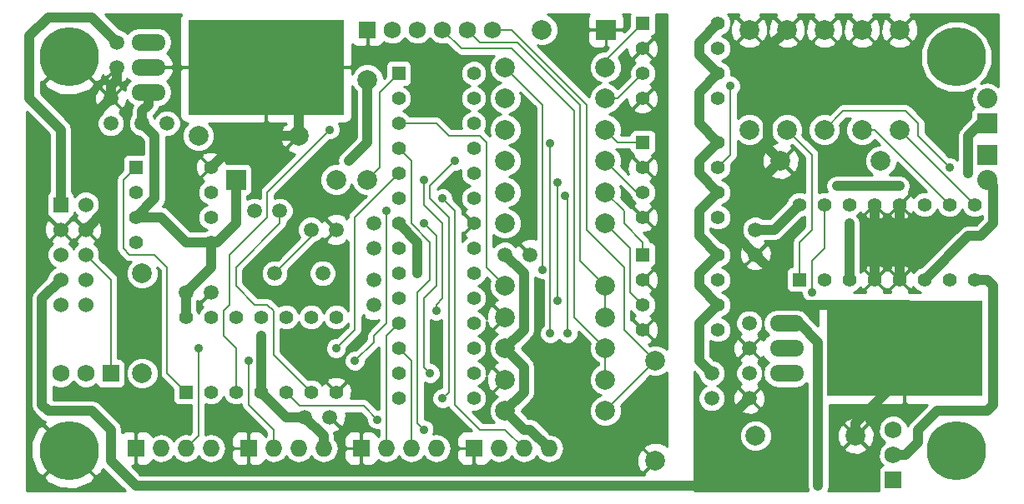
<source format=gtl>
%FSLAX34Y34*%
G04 Gerber Fmt 3.4, Leading zero omitted, Abs format*
G04 (created by PCBNEW (2014-jan-25)-product) date Sun 17 Aug 2014 09:35:05 PM PDT*
%MOIN*%
G01*
G70*
G90*
G04 APERTURE LIST*
%ADD10C,0.003937*%
%ADD11C,0.059100*%
%ADD12C,0.078700*%
%ADD13R,0.078700X0.078700*%
%ADD14C,0.236220*%
%ADD15R,0.068000X0.068000*%
%ADD16C,0.068000*%
%ADD17O,0.068000X0.068000*%
%ADD18R,0.080000X0.080000*%
%ADD19O,0.080000X0.080000*%
%ADD20O,0.137800X0.066900*%
%ADD21R,0.620000X0.380000*%
%ADD22R,0.055000X0.055000*%
%ADD23C,0.055000*%
%ADD24R,0.060000X0.060000*%
%ADD25C,0.060000*%
%ADD26C,0.035000*%
%ADD27C,0.008000*%
%ADD28C,0.040000*%
%ADD29C,0.010000*%
G04 APERTURE END LIST*
G54D10*
G54D11*
X68500Y-52000D03*
X68500Y-53000D03*
X67000Y-54000D03*
X67000Y-55000D03*
X68500Y-54000D03*
X68500Y-55000D03*
X68750Y-48250D03*
X68750Y-49250D03*
X53500Y-50250D03*
X53500Y-51250D03*
X43250Y-40750D03*
X43250Y-41750D03*
X51000Y-48250D03*
X52000Y-48250D03*
X44250Y-44000D03*
X45250Y-44000D03*
X43000Y-44000D03*
X43000Y-43000D03*
X49750Y-47500D03*
X48750Y-47500D03*
X53500Y-48000D03*
X53500Y-49000D03*
X58750Y-49250D03*
X59750Y-49250D03*
X46000Y-50750D03*
X47000Y-50750D03*
X50750Y-55750D03*
X51750Y-55750D03*
G54D12*
X52000Y-46250D03*
G54D13*
X48000Y-46250D03*
G54D14*
X41338Y-41338D03*
X76771Y-41338D03*
X41338Y-57086D03*
X76771Y-57086D03*
G54D15*
X74250Y-58250D03*
G54D16*
X74250Y-57250D03*
X74250Y-56250D03*
G54D15*
X43000Y-54000D03*
G54D16*
X42000Y-54000D03*
X41000Y-54000D03*
G54D15*
X53000Y-57000D03*
G54D17*
X54000Y-57000D03*
X55000Y-57000D03*
X56000Y-57000D03*
G54D15*
X57500Y-57000D03*
G54D17*
X58500Y-57000D03*
X59500Y-57000D03*
X60500Y-57000D03*
G54D18*
X78000Y-45250D03*
G54D19*
X78000Y-46250D03*
G54D18*
X78000Y-44000D03*
G54D19*
X78000Y-43000D03*
G54D15*
X48500Y-57000D03*
G54D17*
X49500Y-57000D03*
X50500Y-57000D03*
X51500Y-57000D03*
G54D15*
X44000Y-57000D03*
G54D17*
X45000Y-57000D03*
X46000Y-57000D03*
X47000Y-57000D03*
G54D12*
X72750Y-56500D03*
X68750Y-56500D03*
X58750Y-41750D03*
X62750Y-41750D03*
X58750Y-43000D03*
X62750Y-43000D03*
X58750Y-44250D03*
X62750Y-44250D03*
X58750Y-45500D03*
X62750Y-45500D03*
X58750Y-46750D03*
X62750Y-46750D03*
X58750Y-48000D03*
X62750Y-48000D03*
X68500Y-40250D03*
X68500Y-44250D03*
X70000Y-40250D03*
X70000Y-44250D03*
X71500Y-40250D03*
X71500Y-44250D03*
X73000Y-40250D03*
X73000Y-44250D03*
X74500Y-40250D03*
X74500Y-44250D03*
X69750Y-45500D03*
X73750Y-45500D03*
X50500Y-44500D03*
X46500Y-44500D03*
X62750Y-50500D03*
X58750Y-50500D03*
X58750Y-51750D03*
X62750Y-51750D03*
X62750Y-53000D03*
X58750Y-53000D03*
X58750Y-54250D03*
X62750Y-54250D03*
X44250Y-50000D03*
X44250Y-54000D03*
X62750Y-55500D03*
X58750Y-55500D03*
X64750Y-57500D03*
X64750Y-53500D03*
X53250Y-46250D03*
X53250Y-42250D03*
G54D13*
X62780Y-40250D03*
G54D12*
X60220Y-40250D03*
G54D20*
X70000Y-53000D03*
X70000Y-52000D03*
X70000Y-54000D03*
G54D21*
X74700Y-53000D03*
G54D22*
X64250Y-40000D03*
G54D23*
X64250Y-41000D03*
X64250Y-42000D03*
X64250Y-43000D03*
X67250Y-43000D03*
X67250Y-42000D03*
X67250Y-41000D03*
X67250Y-40000D03*
G54D22*
X64250Y-44750D03*
G54D23*
X64250Y-45750D03*
X64250Y-46750D03*
X64250Y-47750D03*
X67250Y-47750D03*
X67250Y-46750D03*
X67250Y-45750D03*
X67250Y-44750D03*
G54D22*
X64250Y-49250D03*
G54D23*
X64250Y-50250D03*
X64250Y-51250D03*
X64250Y-52250D03*
X67250Y-52250D03*
X67250Y-51250D03*
X67250Y-50250D03*
X67250Y-49250D03*
G54D20*
X44500Y-41750D03*
X44500Y-40750D03*
X44500Y-42750D03*
G54D21*
X49200Y-41750D03*
G54D22*
X44000Y-45750D03*
G54D23*
X44000Y-46750D03*
X44000Y-47750D03*
X44000Y-48750D03*
X47000Y-48750D03*
X47000Y-47750D03*
X47000Y-46750D03*
X47000Y-45750D03*
G54D11*
X51461Y-50000D03*
X49539Y-50000D03*
G54D24*
X41000Y-47250D03*
G54D25*
X42000Y-47250D03*
X41000Y-48250D03*
X42000Y-48250D03*
X41000Y-49250D03*
X42000Y-49250D03*
X41000Y-50250D03*
X42000Y-50250D03*
X41000Y-51250D03*
X42000Y-51250D03*
G54D15*
X53250Y-40250D03*
G54D16*
X54250Y-40250D03*
X55250Y-40250D03*
X56250Y-40250D03*
X57250Y-40250D03*
X58250Y-40250D03*
G54D22*
X70500Y-50250D03*
G54D23*
X71500Y-50250D03*
X72500Y-50250D03*
X73500Y-50250D03*
X74500Y-50250D03*
X75500Y-50250D03*
X76500Y-50250D03*
X77500Y-50250D03*
X77500Y-47250D03*
X76500Y-47250D03*
X75500Y-47250D03*
X74500Y-47250D03*
X73500Y-47250D03*
X72500Y-47250D03*
X71500Y-47250D03*
X70500Y-47250D03*
X54500Y-43000D03*
X54500Y-44000D03*
X54500Y-45000D03*
X54500Y-46000D03*
X54500Y-47000D03*
X54500Y-48000D03*
X54500Y-49000D03*
X54500Y-50000D03*
X54500Y-51000D03*
X54500Y-52000D03*
X54500Y-53000D03*
X54500Y-54000D03*
X54500Y-55000D03*
G54D22*
X54500Y-42000D03*
G54D23*
X57500Y-55000D03*
X57500Y-54000D03*
X57500Y-53000D03*
X57500Y-52000D03*
X57500Y-51000D03*
X57500Y-50000D03*
X57500Y-49000D03*
X57500Y-48000D03*
X57500Y-47000D03*
X57500Y-46000D03*
X57500Y-45000D03*
X57500Y-44000D03*
X57500Y-43000D03*
X57500Y-42000D03*
G54D22*
X46000Y-54750D03*
G54D23*
X47000Y-54750D03*
X48000Y-54750D03*
X49000Y-54750D03*
X50000Y-54750D03*
X51000Y-54750D03*
X52000Y-54750D03*
X52000Y-51750D03*
X51000Y-51750D03*
X50000Y-51750D03*
X49000Y-51750D03*
X48000Y-51750D03*
X47000Y-51750D03*
X46000Y-51750D03*
G54D26*
X55500Y-56250D03*
X52000Y-53000D03*
X46500Y-53000D03*
X56250Y-47000D03*
X55500Y-48000D03*
X55750Y-54000D03*
X56250Y-55000D03*
X56750Y-45500D03*
X61250Y-52400D03*
X61150Y-46900D03*
X60550Y-44800D03*
X60550Y-52400D03*
X60850Y-51100D03*
X60850Y-46350D03*
X60250Y-49850D03*
X54000Y-47500D03*
X52750Y-53500D03*
X55500Y-46250D03*
X56000Y-51500D03*
X48500Y-53500D03*
X76500Y-45750D03*
X67750Y-42500D03*
X71000Y-50750D03*
X72000Y-46500D03*
X72500Y-48000D03*
X74500Y-46500D03*
X77250Y-46000D03*
X52500Y-45500D03*
X49000Y-52500D03*
X55250Y-50000D03*
X53650Y-55850D03*
X51750Y-44250D03*
X71250Y-58500D03*
G54D27*
X55000Y-48000D02*
X55750Y-48750D01*
X55000Y-45500D02*
X55000Y-48000D01*
X55750Y-50250D02*
X55750Y-48750D01*
X54500Y-45000D02*
X55000Y-45500D01*
X55250Y-56000D02*
X55250Y-50750D01*
X55250Y-50750D02*
X55750Y-50250D01*
X55500Y-56250D02*
X55250Y-56000D01*
X52750Y-47750D02*
X52750Y-52250D01*
X52750Y-52250D02*
X52000Y-53000D01*
X46500Y-53000D02*
X46500Y-56500D01*
X46500Y-56500D02*
X46000Y-57000D01*
X54500Y-46000D02*
X52750Y-47750D01*
X56250Y-47000D02*
X56750Y-47500D01*
X56750Y-47500D02*
X56750Y-55250D01*
X56750Y-55250D02*
X57750Y-56250D01*
X57750Y-56250D02*
X58750Y-56250D01*
X58750Y-56250D02*
X59500Y-57000D01*
X54000Y-52500D02*
X54500Y-52000D01*
X54000Y-57000D02*
X54000Y-52500D01*
X55000Y-53500D02*
X54500Y-53000D01*
X55000Y-57000D02*
X55000Y-53500D01*
X56000Y-48500D02*
X56000Y-50500D01*
X55500Y-48000D02*
X56000Y-48500D01*
X55750Y-54000D02*
X55500Y-53750D01*
X55500Y-53750D02*
X55500Y-51000D01*
X55500Y-51000D02*
X56000Y-50500D01*
X56250Y-55000D02*
X56500Y-54750D01*
X56500Y-54750D02*
X56500Y-47750D01*
X56500Y-47750D02*
X55750Y-47000D01*
X55750Y-46500D02*
X56750Y-45500D01*
X55750Y-47000D02*
X55750Y-46500D01*
X61250Y-52400D02*
X61250Y-47000D01*
X61250Y-47000D02*
X61150Y-46900D01*
X60550Y-44800D02*
X60550Y-52400D01*
X60850Y-51100D02*
X60850Y-46350D01*
X60250Y-49850D02*
X60250Y-43250D01*
X60250Y-43250D02*
X58750Y-41750D01*
X53500Y-52500D02*
X53500Y-52750D01*
X53500Y-52750D02*
X52750Y-53500D01*
X54000Y-52000D02*
X53500Y-52500D01*
X54000Y-47500D02*
X54000Y-52000D01*
X55500Y-46250D02*
X55500Y-47250D01*
X55500Y-47250D02*
X56250Y-48000D01*
X56250Y-48000D02*
X56250Y-51000D01*
X56250Y-51000D02*
X56000Y-51250D01*
X56000Y-51250D02*
X56000Y-51500D01*
X48500Y-53500D02*
X48500Y-55250D01*
X48500Y-55250D02*
X49500Y-56250D01*
X49500Y-56250D02*
X49500Y-57000D01*
G54D28*
X66500Y-42750D02*
X67250Y-42000D01*
X66500Y-41250D02*
X66500Y-40750D01*
X67250Y-42000D02*
X66500Y-41250D01*
X66500Y-53500D02*
X66500Y-52000D01*
X66500Y-52000D02*
X67250Y-51250D01*
X67000Y-54000D02*
X66500Y-53500D01*
X66500Y-50500D02*
X66500Y-50000D01*
X66500Y-50000D02*
X67250Y-49250D01*
X67250Y-51250D02*
X66500Y-50500D01*
X66500Y-48500D02*
X66500Y-47500D01*
X66500Y-47500D02*
X67250Y-46750D01*
X67250Y-49250D02*
X66500Y-48500D01*
X66500Y-46000D02*
X66500Y-45500D01*
X66500Y-45500D02*
X67250Y-44750D01*
X67250Y-46750D02*
X66500Y-46000D01*
X66500Y-44000D02*
X66500Y-42750D01*
X67250Y-44750D02*
X66500Y-44000D01*
X66500Y-40750D02*
X67250Y-40000D01*
X69500Y-48250D02*
X70500Y-47250D01*
X68750Y-48250D02*
X69500Y-48250D01*
X42750Y-47500D02*
X42750Y-45500D01*
X42750Y-45500D02*
X42000Y-44750D01*
X42000Y-44750D02*
X42000Y-44000D01*
X42000Y-44000D02*
X43000Y-43000D01*
X42000Y-48250D02*
X42750Y-47500D01*
X43000Y-42500D02*
X43250Y-42250D01*
X43250Y-42250D02*
X43250Y-41750D01*
X43000Y-43000D02*
X43000Y-42500D01*
X48250Y-44500D02*
X50500Y-44500D01*
X47000Y-45750D02*
X48250Y-44500D01*
X50500Y-42350D02*
X51100Y-41750D01*
X50500Y-44500D02*
X50500Y-42350D01*
X74750Y-57250D02*
X75250Y-56750D01*
X75250Y-56750D02*
X75250Y-56250D01*
X75250Y-56250D02*
X76000Y-55500D01*
X76000Y-55500D02*
X78000Y-55500D01*
X78000Y-55500D02*
X78250Y-55250D01*
X78250Y-55250D02*
X78250Y-50500D01*
X78250Y-50500D02*
X78000Y-50250D01*
X78000Y-50250D02*
X77500Y-50250D01*
X74250Y-57250D02*
X74750Y-57250D01*
G54D27*
X62750Y-41500D02*
X64250Y-40000D01*
X62750Y-41750D02*
X62750Y-41500D01*
X63250Y-43000D02*
X64250Y-42000D01*
X62750Y-43000D02*
X63250Y-43000D01*
X63250Y-44750D02*
X62750Y-44250D01*
X64250Y-44750D02*
X63250Y-44750D01*
X64000Y-46750D02*
X64250Y-46750D01*
X62750Y-45500D02*
X64000Y-46750D01*
X63500Y-47500D02*
X63500Y-48000D01*
X63500Y-48000D02*
X64250Y-48750D01*
X64250Y-48750D02*
X64250Y-49250D01*
X62750Y-46750D02*
X63500Y-47500D01*
X63750Y-50750D02*
X63750Y-49000D01*
X63750Y-49000D02*
X62750Y-48000D01*
X64250Y-51250D02*
X63750Y-50750D01*
X70500Y-48750D02*
X71000Y-48250D01*
X71000Y-48250D02*
X71000Y-45250D01*
X71000Y-45250D02*
X70000Y-44250D01*
X70500Y-50250D02*
X70500Y-48750D01*
X72250Y-43500D02*
X71500Y-44250D01*
X74750Y-43500D02*
X72250Y-43500D01*
X75250Y-44000D02*
X74750Y-43500D01*
X75250Y-44500D02*
X75250Y-44000D01*
X76500Y-45750D02*
X75250Y-44500D01*
X67750Y-45250D02*
X67750Y-42500D01*
X67250Y-45750D02*
X67750Y-45250D01*
X73750Y-44500D02*
X73750Y-44500D01*
X73750Y-44500D02*
X73500Y-44250D01*
X73500Y-44250D02*
X73000Y-44250D01*
X76500Y-47250D02*
X73500Y-44250D01*
X77500Y-47250D02*
X74500Y-44250D01*
X71500Y-47250D02*
X71500Y-49000D01*
X71500Y-49000D02*
X71000Y-49500D01*
X71000Y-50750D02*
X71000Y-49500D01*
G54D28*
X74500Y-46500D02*
X72000Y-46500D01*
X72500Y-50250D02*
X72500Y-48000D01*
X78250Y-46500D02*
X78000Y-46250D01*
X77250Y-48500D02*
X77750Y-48500D01*
X77750Y-48500D02*
X78250Y-48000D01*
X78250Y-48000D02*
X78250Y-46500D01*
X75500Y-50250D02*
X77250Y-48500D01*
X77750Y-44000D02*
X78000Y-44000D01*
X77250Y-46000D02*
X77250Y-44500D01*
X77250Y-44500D02*
X77750Y-44000D01*
G54D27*
X51000Y-48539D02*
X51000Y-48250D01*
X49539Y-50000D02*
X51000Y-48539D01*
G54D28*
X59500Y-50000D02*
X59500Y-52250D01*
X59500Y-52250D02*
X58750Y-53000D01*
X58750Y-49250D02*
X59500Y-50000D01*
X59500Y-54750D02*
X59500Y-53750D01*
X59500Y-53750D02*
X58750Y-53000D01*
X58750Y-55500D02*
X59500Y-54750D01*
X44500Y-43250D02*
X44250Y-43500D01*
X44250Y-43500D02*
X44250Y-44000D01*
X44500Y-42750D02*
X44500Y-43250D01*
X46750Y-48750D02*
X47000Y-48750D01*
X47000Y-49750D02*
X47000Y-48750D01*
X46000Y-50750D02*
X47000Y-49750D01*
X46000Y-51750D02*
X46000Y-50750D01*
X59500Y-56250D02*
X59750Y-56250D01*
X59750Y-56250D02*
X60500Y-57000D01*
X58750Y-55500D02*
X59500Y-56250D01*
X44750Y-44500D02*
X44250Y-44000D01*
X44750Y-47000D02*
X44750Y-44500D01*
X44000Y-47750D02*
X44750Y-47000D01*
X46000Y-48750D02*
X45000Y-47750D01*
X45000Y-47750D02*
X44000Y-47750D01*
X47000Y-48750D02*
X46000Y-48750D01*
X48000Y-48000D02*
X48000Y-46250D01*
X47250Y-48750D02*
X48000Y-48000D01*
X47000Y-48750D02*
X47250Y-48750D01*
X53250Y-44750D02*
X52500Y-45500D01*
X53250Y-42250D02*
X53250Y-44750D01*
X49000Y-54750D02*
X49000Y-52500D01*
X51500Y-56500D02*
X50750Y-55750D01*
X51500Y-57000D02*
X51500Y-56500D01*
X55250Y-48750D02*
X55250Y-50000D01*
X54500Y-48000D02*
X55250Y-48750D01*
X50000Y-55750D02*
X49000Y-54750D01*
X50750Y-55750D02*
X50000Y-55750D01*
G54D27*
X49500Y-53250D02*
X49500Y-51500D01*
X51000Y-54750D02*
X49500Y-53250D01*
X49750Y-48000D02*
X48000Y-49750D01*
X49750Y-47500D02*
X49750Y-48000D01*
X49250Y-51250D02*
X48750Y-51250D01*
X48750Y-51250D02*
X48000Y-50500D01*
X48000Y-50500D02*
X48000Y-49750D01*
X49500Y-51500D02*
X49250Y-51250D01*
X53750Y-45750D02*
X53750Y-42750D01*
X53750Y-42750D02*
X54500Y-42000D01*
X53250Y-46250D02*
X53750Y-45750D01*
X43000Y-50250D02*
X42000Y-49250D01*
X43000Y-54000D02*
X43000Y-50250D01*
X62750Y-53000D02*
X62750Y-54250D01*
X57000Y-41000D02*
X59000Y-41000D01*
X59000Y-41000D02*
X61500Y-43500D01*
X61500Y-43500D02*
X61500Y-51750D01*
X61500Y-51750D02*
X62750Y-53000D01*
X56250Y-40250D02*
X57000Y-41000D01*
X62750Y-50500D02*
X62750Y-51750D01*
X57750Y-40750D02*
X59250Y-40750D01*
X59250Y-40750D02*
X61750Y-43250D01*
X61750Y-43250D02*
X61750Y-49500D01*
X61750Y-49500D02*
X62750Y-50500D01*
X57250Y-40250D02*
X57750Y-40750D01*
X62750Y-55500D02*
X64750Y-53500D01*
X59000Y-40250D02*
X62000Y-43250D01*
X62000Y-43250D02*
X62000Y-48250D01*
X62000Y-48250D02*
X63500Y-49750D01*
X63500Y-49750D02*
X63500Y-52250D01*
X63500Y-52250D02*
X64750Y-53500D01*
X58250Y-40250D02*
X59000Y-40250D01*
X53650Y-55850D02*
X53100Y-55300D01*
X53100Y-55300D02*
X50550Y-55300D01*
X50550Y-55300D02*
X50000Y-54750D01*
X58000Y-49750D02*
X58000Y-44750D01*
X58000Y-44750D02*
X57750Y-44500D01*
X57750Y-44500D02*
X56500Y-44500D01*
X56500Y-44500D02*
X56000Y-44000D01*
X56000Y-44000D02*
X54500Y-44000D01*
X58750Y-50500D02*
X58000Y-49750D01*
X45250Y-54000D02*
X46000Y-54750D01*
X43500Y-49000D02*
X43750Y-49250D01*
X43750Y-49250D02*
X44750Y-49250D01*
X44750Y-49250D02*
X45250Y-49750D01*
X45250Y-49750D02*
X45250Y-54000D01*
X43500Y-46250D02*
X43500Y-49000D01*
X44000Y-45750D02*
X43500Y-46250D01*
X49250Y-46750D02*
X51750Y-44250D01*
X48000Y-54750D02*
X48000Y-53000D01*
X49250Y-47750D02*
X47750Y-49250D01*
X47750Y-49250D02*
X47750Y-51250D01*
X47750Y-51250D02*
X47500Y-51500D01*
X47500Y-51500D02*
X47500Y-52500D01*
X47500Y-52500D02*
X48000Y-53000D01*
X49250Y-46750D02*
X49250Y-47750D01*
G54D28*
X71250Y-52750D02*
X71250Y-58500D01*
X70500Y-52000D02*
X71250Y-52750D01*
X70000Y-52000D02*
X70500Y-52000D01*
X43000Y-57500D02*
X44000Y-58500D01*
X43000Y-56250D02*
X43000Y-57500D01*
X42250Y-55500D02*
X43000Y-56250D01*
X73500Y-50250D02*
X73500Y-47250D01*
X74500Y-50250D02*
X74500Y-47250D01*
X69250Y-41000D02*
X70000Y-40250D01*
X69250Y-45000D02*
X69250Y-41000D01*
X69750Y-45500D02*
X69250Y-45000D01*
X68000Y-48500D02*
X68000Y-47250D01*
X68000Y-47250D02*
X69750Y-45500D01*
X68750Y-49250D02*
X68000Y-48500D01*
X74850Y-51250D02*
X76600Y-53000D01*
X69500Y-50000D02*
X69500Y-50500D01*
X69500Y-50500D02*
X70250Y-51250D01*
X70250Y-51250D02*
X74850Y-51250D01*
X68750Y-49250D02*
X69500Y-50000D01*
X75750Y-53000D02*
X76600Y-53000D01*
X72750Y-56000D02*
X75750Y-53000D01*
X72750Y-56500D02*
X72750Y-56000D01*
X67750Y-55750D02*
X67750Y-57500D01*
X67750Y-57500D02*
X66750Y-58500D01*
X66750Y-58500D02*
X44000Y-58500D01*
X68500Y-55000D02*
X67750Y-55750D01*
X41000Y-50250D02*
X40250Y-51000D01*
X40250Y-55250D02*
X40500Y-55500D01*
X40500Y-55500D02*
X42250Y-55500D01*
X40250Y-51000D02*
X40250Y-55250D01*
X42250Y-39750D02*
X40500Y-39750D01*
X40500Y-39750D02*
X39750Y-40500D01*
X39750Y-40500D02*
X39750Y-43000D01*
X39750Y-43000D02*
X41000Y-44250D01*
X41000Y-44250D02*
X41000Y-47250D01*
X43250Y-40750D02*
X42250Y-39750D01*
G54D29*
G36*
X70017Y-53010D02*
X70010Y-53010D01*
X70010Y-53017D01*
X69990Y-53017D01*
X69990Y-53010D01*
X69982Y-53010D01*
X69982Y-52990D01*
X69990Y-52990D01*
X69990Y-52982D01*
X70010Y-52982D01*
X70010Y-52990D01*
X70017Y-52990D01*
X70017Y-53010D01*
X70017Y-53010D01*
G37*
X70017Y-53010D02*
X70010Y-53010D01*
X70010Y-53017D01*
X69990Y-53017D01*
X69990Y-53010D01*
X69982Y-53010D01*
X69982Y-52990D01*
X69990Y-52990D01*
X69990Y-52982D01*
X70010Y-52982D01*
X70010Y-52990D01*
X70017Y-52990D01*
X70017Y-53010D01*
G36*
X75613Y-55250D02*
X74931Y-55931D01*
X74834Y-56077D01*
X74828Y-56105D01*
X74750Y-55916D01*
X74584Y-55750D01*
X74367Y-55660D01*
X74133Y-55659D01*
X73916Y-55749D01*
X73750Y-55915D01*
X73660Y-56132D01*
X73659Y-56366D01*
X73749Y-56583D01*
X73915Y-56749D01*
X73915Y-56750D01*
X73750Y-56915D01*
X73660Y-57132D01*
X73659Y-57366D01*
X73749Y-57583D01*
X73835Y-57670D01*
X73768Y-57698D01*
X73698Y-57768D01*
X73660Y-57860D01*
X73660Y-57959D01*
X73660Y-58639D01*
X73684Y-58700D01*
X73497Y-58700D01*
X73497Y-56371D01*
X73391Y-56095D01*
X73369Y-56062D01*
X73231Y-56032D01*
X73217Y-56047D01*
X73217Y-56018D01*
X73187Y-55880D01*
X72917Y-55760D01*
X72621Y-55752D01*
X72345Y-55858D01*
X72312Y-55880D01*
X72282Y-56018D01*
X72750Y-56485D01*
X73217Y-56018D01*
X73217Y-56047D01*
X72764Y-56500D01*
X73231Y-56967D01*
X73369Y-56937D01*
X73489Y-56667D01*
X73497Y-56371D01*
X73497Y-58700D01*
X73217Y-58700D01*
X73217Y-56981D01*
X72750Y-56514D01*
X72735Y-56528D01*
X72735Y-56500D01*
X72268Y-56032D01*
X72130Y-56062D01*
X72010Y-56332D01*
X72002Y-56628D01*
X72108Y-56904D01*
X72130Y-56937D01*
X72268Y-56967D01*
X72735Y-56500D01*
X72735Y-56528D01*
X72282Y-56981D01*
X72312Y-57119D01*
X72582Y-57239D01*
X72878Y-57247D01*
X73154Y-57141D01*
X73187Y-57119D01*
X73217Y-56981D01*
X73217Y-58700D01*
X71647Y-58700D01*
X71665Y-58672D01*
X71700Y-58500D01*
X71700Y-55250D01*
X74602Y-55250D01*
X74690Y-55162D01*
X74690Y-53010D01*
X74682Y-53010D01*
X74682Y-52990D01*
X74690Y-52990D01*
X74690Y-52982D01*
X74710Y-52982D01*
X74710Y-52990D01*
X74717Y-52990D01*
X74717Y-53010D01*
X74710Y-53010D01*
X74710Y-55162D01*
X74797Y-55250D01*
X75613Y-55250D01*
X75613Y-55250D01*
G37*
X75613Y-55250D02*
X74931Y-55931D01*
X74834Y-56077D01*
X74828Y-56105D01*
X74750Y-55916D01*
X74584Y-55750D01*
X74367Y-55660D01*
X74133Y-55659D01*
X73916Y-55749D01*
X73750Y-55915D01*
X73660Y-56132D01*
X73659Y-56366D01*
X73749Y-56583D01*
X73915Y-56749D01*
X73915Y-56750D01*
X73750Y-56915D01*
X73660Y-57132D01*
X73659Y-57366D01*
X73749Y-57583D01*
X73835Y-57670D01*
X73768Y-57698D01*
X73698Y-57768D01*
X73660Y-57860D01*
X73660Y-57959D01*
X73660Y-58639D01*
X73684Y-58700D01*
X73497Y-58700D01*
X73497Y-56371D01*
X73391Y-56095D01*
X73369Y-56062D01*
X73231Y-56032D01*
X73217Y-56047D01*
X73217Y-56018D01*
X73187Y-55880D01*
X72917Y-55760D01*
X72621Y-55752D01*
X72345Y-55858D01*
X72312Y-55880D01*
X72282Y-56018D01*
X72750Y-56485D01*
X73217Y-56018D01*
X73217Y-56047D01*
X72764Y-56500D01*
X73231Y-56967D01*
X73369Y-56937D01*
X73489Y-56667D01*
X73497Y-56371D01*
X73497Y-58700D01*
X73217Y-58700D01*
X73217Y-56981D01*
X72750Y-56514D01*
X72735Y-56528D01*
X72735Y-56500D01*
X72268Y-56032D01*
X72130Y-56062D01*
X72010Y-56332D01*
X72002Y-56628D01*
X72108Y-56904D01*
X72130Y-56937D01*
X72268Y-56967D01*
X72735Y-56500D01*
X72735Y-56528D01*
X72282Y-56981D01*
X72312Y-57119D01*
X72582Y-57239D01*
X72878Y-57247D01*
X73154Y-57141D01*
X73187Y-57119D01*
X73217Y-56981D01*
X73217Y-58700D01*
X71647Y-58700D01*
X71665Y-58672D01*
X71700Y-58500D01*
X71700Y-55250D01*
X74602Y-55250D01*
X74690Y-55162D01*
X74690Y-53010D01*
X74682Y-53010D01*
X74682Y-52990D01*
X74690Y-52990D01*
X74690Y-52982D01*
X74710Y-52982D01*
X74710Y-52990D01*
X74717Y-52990D01*
X74717Y-53010D01*
X74710Y-53010D01*
X74710Y-55162D01*
X74797Y-55250D01*
X75613Y-55250D01*
G36*
X77800Y-47813D02*
X77563Y-48050D01*
X77250Y-48050D01*
X77077Y-48084D01*
X76931Y-48181D01*
X75383Y-49730D01*
X75203Y-49804D01*
X75055Y-49952D01*
X75055Y-49952D01*
X75038Y-49908D01*
X75021Y-49883D01*
X74895Y-49868D01*
X74881Y-49882D01*
X74881Y-49854D01*
X74881Y-47645D01*
X74500Y-47264D01*
X74118Y-47645D01*
X74133Y-47771D01*
X74360Y-47871D01*
X74609Y-47877D01*
X74841Y-47788D01*
X74866Y-47771D01*
X74881Y-47645D01*
X74881Y-49854D01*
X74866Y-49728D01*
X74639Y-49628D01*
X74390Y-49622D01*
X74158Y-49711D01*
X74133Y-49728D01*
X74118Y-49854D01*
X74500Y-50235D01*
X74881Y-49854D01*
X74881Y-49882D01*
X74514Y-50250D01*
X74895Y-50631D01*
X75021Y-50616D01*
X75053Y-50543D01*
X75054Y-50547D01*
X75202Y-50694D01*
X75335Y-50750D01*
X74869Y-50750D01*
X74881Y-50645D01*
X74500Y-50264D01*
X74485Y-50278D01*
X74485Y-50250D01*
X74104Y-49868D01*
X74000Y-49880D01*
X73895Y-49868D01*
X73881Y-49882D01*
X73881Y-49854D01*
X73881Y-47645D01*
X73500Y-47264D01*
X73118Y-47645D01*
X73133Y-47771D01*
X73360Y-47871D01*
X73609Y-47877D01*
X73841Y-47788D01*
X73866Y-47771D01*
X73881Y-47645D01*
X73881Y-49854D01*
X73866Y-49728D01*
X73639Y-49628D01*
X73390Y-49622D01*
X73158Y-49711D01*
X73133Y-49728D01*
X73118Y-49854D01*
X73500Y-50235D01*
X73881Y-49854D01*
X73881Y-49882D01*
X73514Y-50250D01*
X73895Y-50631D01*
X74000Y-50619D01*
X74104Y-50631D01*
X74485Y-50250D01*
X74485Y-50278D01*
X74118Y-50645D01*
X74130Y-50750D01*
X73869Y-50750D01*
X73881Y-50645D01*
X73500Y-50264D01*
X73118Y-50645D01*
X73130Y-50750D01*
X72664Y-50750D01*
X72797Y-50695D01*
X72944Y-50547D01*
X72944Y-50547D01*
X72961Y-50591D01*
X72978Y-50616D01*
X73104Y-50631D01*
X73485Y-50250D01*
X73104Y-49868D01*
X72978Y-49883D01*
X72950Y-49948D01*
X72950Y-48000D01*
X72915Y-47827D01*
X72818Y-47681D01*
X72813Y-47678D01*
X72944Y-47547D01*
X72944Y-47547D01*
X72961Y-47591D01*
X72978Y-47616D01*
X73104Y-47631D01*
X73485Y-47250D01*
X73480Y-47244D01*
X73494Y-47230D01*
X73500Y-47235D01*
X73505Y-47230D01*
X73519Y-47244D01*
X73514Y-47250D01*
X73895Y-47631D01*
X74000Y-47619D01*
X74104Y-47631D01*
X74485Y-47250D01*
X74480Y-47244D01*
X74494Y-47230D01*
X74500Y-47235D01*
X74881Y-46854D01*
X74868Y-46743D01*
X74915Y-46672D01*
X74950Y-46500D01*
X74915Y-46327D01*
X74818Y-46181D01*
X74672Y-46084D01*
X74500Y-46050D01*
X74103Y-46050D01*
X74114Y-46045D01*
X74295Y-45864D01*
X74393Y-45628D01*
X74393Y-45553D01*
X75564Y-46725D01*
X75396Y-46724D01*
X75203Y-46804D01*
X75055Y-46952D01*
X75055Y-46952D01*
X75038Y-46908D01*
X75021Y-46883D01*
X74895Y-46868D01*
X74514Y-47250D01*
X74895Y-47631D01*
X75021Y-47616D01*
X75053Y-47543D01*
X75054Y-47547D01*
X75202Y-47694D01*
X75395Y-47774D01*
X75603Y-47775D01*
X75797Y-47695D01*
X75944Y-47547D01*
X76000Y-47414D01*
X76054Y-47547D01*
X76202Y-47694D01*
X76395Y-47774D01*
X76603Y-47775D01*
X76797Y-47695D01*
X76944Y-47547D01*
X77000Y-47414D01*
X77054Y-47547D01*
X77202Y-47694D01*
X77395Y-47774D01*
X77603Y-47775D01*
X77797Y-47695D01*
X77800Y-47692D01*
X77800Y-47813D01*
X77800Y-47813D01*
G37*
X77800Y-47813D02*
X77563Y-48050D01*
X77250Y-48050D01*
X77077Y-48084D01*
X76931Y-48181D01*
X75383Y-49730D01*
X75203Y-49804D01*
X75055Y-49952D01*
X75055Y-49952D01*
X75038Y-49908D01*
X75021Y-49883D01*
X74895Y-49868D01*
X74881Y-49882D01*
X74881Y-49854D01*
X74881Y-47645D01*
X74500Y-47264D01*
X74118Y-47645D01*
X74133Y-47771D01*
X74360Y-47871D01*
X74609Y-47877D01*
X74841Y-47788D01*
X74866Y-47771D01*
X74881Y-47645D01*
X74881Y-49854D01*
X74866Y-49728D01*
X74639Y-49628D01*
X74390Y-49622D01*
X74158Y-49711D01*
X74133Y-49728D01*
X74118Y-49854D01*
X74500Y-50235D01*
X74881Y-49854D01*
X74881Y-49882D01*
X74514Y-50250D01*
X74895Y-50631D01*
X75021Y-50616D01*
X75053Y-50543D01*
X75054Y-50547D01*
X75202Y-50694D01*
X75335Y-50750D01*
X74869Y-50750D01*
X74881Y-50645D01*
X74500Y-50264D01*
X74485Y-50278D01*
X74485Y-50250D01*
X74104Y-49868D01*
X74000Y-49880D01*
X73895Y-49868D01*
X73881Y-49882D01*
X73881Y-49854D01*
X73881Y-47645D01*
X73500Y-47264D01*
X73118Y-47645D01*
X73133Y-47771D01*
X73360Y-47871D01*
X73609Y-47877D01*
X73841Y-47788D01*
X73866Y-47771D01*
X73881Y-47645D01*
X73881Y-49854D01*
X73866Y-49728D01*
X73639Y-49628D01*
X73390Y-49622D01*
X73158Y-49711D01*
X73133Y-49728D01*
X73118Y-49854D01*
X73500Y-50235D01*
X73881Y-49854D01*
X73881Y-49882D01*
X73514Y-50250D01*
X73895Y-50631D01*
X74000Y-50619D01*
X74104Y-50631D01*
X74485Y-50250D01*
X74485Y-50278D01*
X74118Y-50645D01*
X74130Y-50750D01*
X73869Y-50750D01*
X73881Y-50645D01*
X73500Y-50264D01*
X73118Y-50645D01*
X73130Y-50750D01*
X72664Y-50750D01*
X72797Y-50695D01*
X72944Y-50547D01*
X72944Y-50547D01*
X72961Y-50591D01*
X72978Y-50616D01*
X73104Y-50631D01*
X73485Y-50250D01*
X73104Y-49868D01*
X72978Y-49883D01*
X72950Y-49948D01*
X72950Y-48000D01*
X72915Y-47827D01*
X72818Y-47681D01*
X72813Y-47678D01*
X72944Y-47547D01*
X72944Y-47547D01*
X72961Y-47591D01*
X72978Y-47616D01*
X73104Y-47631D01*
X73485Y-47250D01*
X73480Y-47244D01*
X73494Y-47230D01*
X73500Y-47235D01*
X73505Y-47230D01*
X73519Y-47244D01*
X73514Y-47250D01*
X73895Y-47631D01*
X74000Y-47619D01*
X74104Y-47631D01*
X74485Y-47250D01*
X74480Y-47244D01*
X74494Y-47230D01*
X74500Y-47235D01*
X74881Y-46854D01*
X74868Y-46743D01*
X74915Y-46672D01*
X74950Y-46500D01*
X74915Y-46327D01*
X74818Y-46181D01*
X74672Y-46084D01*
X74500Y-46050D01*
X74103Y-46050D01*
X74114Y-46045D01*
X74295Y-45864D01*
X74393Y-45628D01*
X74393Y-45553D01*
X75564Y-46725D01*
X75396Y-46724D01*
X75203Y-46804D01*
X75055Y-46952D01*
X75055Y-46952D01*
X75038Y-46908D01*
X75021Y-46883D01*
X74895Y-46868D01*
X74514Y-47250D01*
X74895Y-47631D01*
X75021Y-47616D01*
X75053Y-47543D01*
X75054Y-47547D01*
X75202Y-47694D01*
X75395Y-47774D01*
X75603Y-47775D01*
X75797Y-47695D01*
X75944Y-47547D01*
X76000Y-47414D01*
X76054Y-47547D01*
X76202Y-47694D01*
X76395Y-47774D01*
X76603Y-47775D01*
X76797Y-47695D01*
X76944Y-47547D01*
X77000Y-47414D01*
X77054Y-47547D01*
X77202Y-47694D01*
X77395Y-47774D01*
X77603Y-47775D01*
X77797Y-47695D01*
X77800Y-47692D01*
X77800Y-47813D01*
G36*
X78450Y-42521D02*
X78248Y-42386D01*
X78000Y-42337D01*
X77751Y-42386D01*
X77739Y-42394D01*
X77984Y-42150D01*
X78202Y-41624D01*
X78203Y-41055D01*
X77985Y-40528D01*
X77583Y-40126D01*
X77057Y-39907D01*
X76488Y-39907D01*
X75962Y-40124D01*
X75559Y-40526D01*
X75340Y-41052D01*
X75340Y-41621D01*
X75557Y-42148D01*
X75959Y-42551D01*
X76485Y-42769D01*
X77055Y-42769D01*
X77501Y-42585D01*
X77399Y-42738D01*
X77350Y-42987D01*
X77350Y-43012D01*
X77399Y-43261D01*
X77478Y-43379D01*
X77458Y-43388D01*
X77388Y-43458D01*
X77350Y-43550D01*
X77350Y-43649D01*
X77350Y-43763D01*
X76931Y-44181D01*
X76834Y-44327D01*
X76800Y-44500D01*
X76800Y-45448D01*
X76741Y-45389D01*
X76584Y-45325D01*
X76485Y-45324D01*
X75540Y-44379D01*
X75540Y-44000D01*
X75517Y-43889D01*
X75455Y-43794D01*
X75247Y-43586D01*
X75247Y-40121D01*
X75141Y-39845D01*
X75119Y-39812D01*
X74981Y-39782D01*
X74514Y-40250D01*
X74981Y-40717D01*
X75119Y-40687D01*
X75239Y-40417D01*
X75247Y-40121D01*
X75247Y-43586D01*
X74967Y-43306D01*
X74967Y-40731D01*
X74500Y-40264D01*
X74485Y-40278D01*
X74485Y-40250D01*
X74018Y-39782D01*
X73880Y-39812D01*
X73760Y-40082D01*
X73752Y-40378D01*
X73858Y-40654D01*
X73880Y-40687D01*
X74018Y-40717D01*
X74485Y-40250D01*
X74485Y-40278D01*
X74032Y-40731D01*
X74062Y-40869D01*
X74332Y-40989D01*
X74628Y-40997D01*
X74904Y-40891D01*
X74937Y-40869D01*
X74967Y-40731D01*
X74967Y-43306D01*
X74955Y-43294D01*
X74860Y-43232D01*
X74750Y-43210D01*
X73747Y-43210D01*
X73747Y-40121D01*
X73641Y-39845D01*
X73619Y-39812D01*
X73481Y-39782D01*
X73014Y-40250D01*
X73481Y-40717D01*
X73619Y-40687D01*
X73739Y-40417D01*
X73747Y-40121D01*
X73747Y-43210D01*
X73467Y-43210D01*
X73467Y-40731D01*
X73000Y-40264D01*
X72985Y-40278D01*
X72985Y-40250D01*
X72518Y-39782D01*
X72380Y-39812D01*
X72260Y-40082D01*
X72252Y-40378D01*
X72358Y-40654D01*
X72380Y-40687D01*
X72518Y-40717D01*
X72985Y-40250D01*
X72985Y-40278D01*
X72532Y-40731D01*
X72562Y-40869D01*
X72832Y-40989D01*
X73128Y-40997D01*
X73404Y-40891D01*
X73437Y-40869D01*
X73467Y-40731D01*
X73467Y-43210D01*
X72250Y-43210D01*
X72247Y-43210D01*
X72247Y-40121D01*
X72141Y-39845D01*
X72119Y-39812D01*
X71981Y-39782D01*
X71514Y-40250D01*
X71981Y-40717D01*
X72119Y-40687D01*
X72239Y-40417D01*
X72247Y-40121D01*
X72247Y-43210D01*
X72139Y-43232D01*
X72044Y-43294D01*
X71967Y-43372D01*
X71967Y-40731D01*
X71500Y-40264D01*
X71485Y-40278D01*
X71485Y-40250D01*
X71018Y-39782D01*
X70880Y-39812D01*
X70760Y-40082D01*
X70752Y-40378D01*
X70858Y-40654D01*
X70880Y-40687D01*
X71018Y-40717D01*
X71485Y-40250D01*
X71485Y-40278D01*
X71032Y-40731D01*
X71062Y-40869D01*
X71332Y-40989D01*
X71628Y-40997D01*
X71904Y-40891D01*
X71937Y-40869D01*
X71967Y-40731D01*
X71967Y-43372D01*
X71702Y-43637D01*
X71628Y-43606D01*
X71372Y-43606D01*
X71135Y-43704D01*
X70954Y-43885D01*
X70856Y-44121D01*
X70856Y-44377D01*
X70954Y-44614D01*
X71135Y-44795D01*
X71371Y-44893D01*
X71627Y-44893D01*
X71864Y-44795D01*
X72045Y-44614D01*
X72143Y-44378D01*
X72143Y-44122D01*
X72112Y-44047D01*
X72370Y-43790D01*
X72549Y-43790D01*
X72454Y-43885D01*
X72356Y-44121D01*
X72356Y-44377D01*
X72454Y-44614D01*
X72635Y-44795D01*
X72871Y-44893D01*
X73127Y-44893D01*
X73364Y-44795D01*
X73500Y-44660D01*
X73544Y-44705D01*
X73696Y-44856D01*
X73622Y-44856D01*
X73385Y-44954D01*
X73204Y-45135D01*
X73106Y-45371D01*
X73106Y-45627D01*
X73204Y-45864D01*
X73385Y-46045D01*
X73396Y-46050D01*
X72000Y-46050D01*
X71827Y-46084D01*
X71681Y-46181D01*
X71584Y-46327D01*
X71550Y-46500D01*
X71584Y-46672D01*
X71625Y-46733D01*
X71604Y-46725D01*
X71396Y-46724D01*
X71290Y-46768D01*
X71290Y-45250D01*
X71267Y-45139D01*
X71205Y-45044D01*
X70747Y-44586D01*
X70747Y-40121D01*
X70641Y-39845D01*
X70619Y-39812D01*
X70481Y-39782D01*
X70014Y-40250D01*
X70481Y-40717D01*
X70619Y-40687D01*
X70739Y-40417D01*
X70747Y-40121D01*
X70747Y-44586D01*
X70612Y-44452D01*
X70643Y-44378D01*
X70643Y-44122D01*
X70545Y-43885D01*
X70467Y-43807D01*
X70467Y-40731D01*
X70000Y-40264D01*
X69985Y-40278D01*
X69985Y-40250D01*
X69518Y-39782D01*
X69380Y-39812D01*
X69260Y-40082D01*
X69252Y-40378D01*
X69358Y-40654D01*
X69380Y-40687D01*
X69518Y-40717D01*
X69985Y-40250D01*
X69985Y-40278D01*
X69532Y-40731D01*
X69562Y-40869D01*
X69832Y-40989D01*
X70128Y-40997D01*
X70404Y-40891D01*
X70437Y-40869D01*
X70467Y-40731D01*
X70467Y-43807D01*
X70364Y-43704D01*
X70128Y-43606D01*
X69872Y-43606D01*
X69635Y-43704D01*
X69454Y-43885D01*
X69356Y-44121D01*
X69356Y-44377D01*
X69454Y-44614D01*
X69600Y-44760D01*
X69345Y-44858D01*
X69312Y-44880D01*
X69282Y-45018D01*
X69750Y-45485D01*
X70217Y-45018D01*
X70187Y-44880D01*
X70173Y-44874D01*
X70202Y-44862D01*
X70710Y-45370D01*
X70710Y-46768D01*
X70604Y-46725D01*
X70497Y-46724D01*
X70497Y-45371D01*
X70391Y-45095D01*
X70369Y-45062D01*
X70231Y-45032D01*
X69764Y-45500D01*
X70231Y-45967D01*
X70369Y-45937D01*
X70489Y-45667D01*
X70497Y-45371D01*
X70497Y-46724D01*
X70396Y-46724D01*
X70217Y-46798D01*
X70217Y-45981D01*
X69750Y-45514D01*
X69735Y-45528D01*
X69735Y-45500D01*
X69268Y-45032D01*
X69247Y-45037D01*
X69247Y-40121D01*
X69141Y-39845D01*
X69119Y-39812D01*
X68981Y-39782D01*
X68514Y-40250D01*
X68981Y-40717D01*
X69119Y-40687D01*
X69239Y-40417D01*
X69247Y-40121D01*
X69247Y-45037D01*
X69130Y-45062D01*
X69010Y-45332D01*
X69002Y-45628D01*
X69108Y-45904D01*
X69130Y-45937D01*
X69268Y-45967D01*
X69735Y-45500D01*
X69735Y-45528D01*
X69282Y-45981D01*
X69312Y-46119D01*
X69582Y-46239D01*
X69878Y-46247D01*
X70154Y-46141D01*
X70187Y-46119D01*
X70217Y-45981D01*
X70217Y-46798D01*
X70203Y-46804D01*
X70055Y-46952D01*
X69979Y-47133D01*
X69313Y-47800D01*
X69071Y-47800D01*
X69059Y-47787D01*
X68858Y-47704D01*
X68641Y-47704D01*
X68441Y-47787D01*
X68287Y-47940D01*
X68204Y-48141D01*
X68204Y-48358D01*
X68287Y-48558D01*
X68415Y-48687D01*
X68397Y-48694D01*
X68371Y-48711D01*
X68353Y-48839D01*
X68750Y-49235D01*
X69146Y-48839D01*
X69128Y-48711D01*
X69102Y-48700D01*
X69500Y-48700D01*
X69672Y-48665D01*
X69818Y-48568D01*
X70616Y-47769D01*
X70710Y-47731D01*
X70710Y-48129D01*
X70294Y-48544D01*
X70232Y-48639D01*
X70210Y-48750D01*
X70210Y-49725D01*
X70175Y-49725D01*
X70083Y-49763D01*
X70013Y-49833D01*
X69975Y-49925D01*
X69975Y-50024D01*
X69975Y-50574D01*
X70013Y-50666D01*
X70083Y-50736D01*
X70175Y-50775D01*
X70274Y-50775D01*
X70574Y-50775D01*
X70574Y-50834D01*
X70639Y-50990D01*
X70758Y-51110D01*
X70915Y-51174D01*
X71084Y-51175D01*
X71240Y-51110D01*
X71250Y-51100D01*
X71250Y-51169D01*
X71250Y-52113D01*
X70912Y-51776D01*
X70912Y-51776D01*
X70786Y-51586D01*
X70596Y-51459D01*
X70372Y-51415D01*
X69627Y-51415D01*
X69403Y-51459D01*
X69398Y-51463D01*
X69398Y-49137D01*
X69305Y-48897D01*
X69288Y-48871D01*
X69160Y-48853D01*
X68764Y-49250D01*
X69160Y-49646D01*
X69288Y-49628D01*
X69392Y-49393D01*
X69398Y-49137D01*
X69398Y-51463D01*
X69213Y-51586D01*
X69146Y-51687D01*
X69146Y-49660D01*
X68750Y-49264D01*
X68735Y-49278D01*
X68735Y-49250D01*
X68339Y-48853D01*
X68211Y-48871D01*
X68107Y-49106D01*
X68101Y-49362D01*
X68194Y-49602D01*
X68211Y-49628D01*
X68339Y-49646D01*
X68735Y-49250D01*
X68735Y-49278D01*
X68353Y-49660D01*
X68371Y-49788D01*
X68606Y-49892D01*
X68862Y-49898D01*
X69102Y-49805D01*
X69128Y-49788D01*
X69146Y-49660D01*
X69146Y-51687D01*
X69087Y-51776D01*
X69045Y-51985D01*
X69045Y-51891D01*
X68962Y-51691D01*
X68809Y-51537D01*
X68608Y-51454D01*
X68391Y-51454D01*
X68191Y-51537D01*
X68037Y-51690D01*
X67954Y-51891D01*
X67954Y-52108D01*
X68037Y-52308D01*
X68165Y-52437D01*
X68147Y-52444D01*
X68121Y-52461D01*
X68103Y-52589D01*
X68500Y-52985D01*
X68896Y-52589D01*
X68878Y-52461D01*
X68830Y-52440D01*
X68962Y-52309D01*
X69045Y-52108D01*
X69045Y-52014D01*
X69087Y-52223D01*
X69213Y-52413D01*
X69264Y-52447D01*
X69154Y-52523D01*
X69062Y-52664D01*
X69055Y-52647D01*
X69038Y-52621D01*
X68910Y-52603D01*
X68514Y-53000D01*
X68910Y-53396D01*
X69038Y-53378D01*
X69059Y-53330D01*
X69154Y-53476D01*
X69264Y-53552D01*
X69213Y-53586D01*
X69087Y-53776D01*
X69045Y-53985D01*
X69045Y-53891D01*
X68962Y-53691D01*
X68834Y-53562D01*
X68852Y-53555D01*
X68878Y-53538D01*
X68896Y-53410D01*
X68500Y-53014D01*
X68485Y-53028D01*
X68485Y-53000D01*
X68089Y-52603D01*
X67961Y-52621D01*
X67857Y-52856D01*
X67851Y-53112D01*
X67944Y-53352D01*
X67961Y-53378D01*
X68089Y-53396D01*
X68485Y-53000D01*
X68485Y-53028D01*
X68103Y-53410D01*
X68121Y-53538D01*
X68169Y-53559D01*
X68037Y-53690D01*
X67954Y-53891D01*
X67954Y-54108D01*
X68037Y-54308D01*
X68165Y-54437D01*
X68147Y-54444D01*
X68121Y-54461D01*
X68103Y-54589D01*
X68500Y-54985D01*
X68896Y-54589D01*
X68878Y-54461D01*
X68830Y-54440D01*
X68962Y-54309D01*
X69045Y-54108D01*
X69045Y-54014D01*
X69087Y-54223D01*
X69213Y-54413D01*
X69403Y-54540D01*
X69627Y-54584D01*
X70372Y-54584D01*
X70596Y-54540D01*
X70786Y-54413D01*
X70800Y-54392D01*
X70800Y-58500D01*
X70834Y-58672D01*
X70852Y-58700D01*
X69393Y-58700D01*
X69393Y-56372D01*
X69295Y-56135D01*
X69148Y-55988D01*
X69148Y-54887D01*
X69055Y-54647D01*
X69038Y-54621D01*
X68910Y-54603D01*
X68514Y-55000D01*
X68910Y-55396D01*
X69038Y-55378D01*
X69142Y-55143D01*
X69148Y-54887D01*
X69148Y-55988D01*
X69114Y-55954D01*
X68896Y-55864D01*
X68896Y-55410D01*
X68500Y-55014D01*
X68485Y-55028D01*
X68485Y-55000D01*
X68089Y-54603D01*
X67961Y-54621D01*
X67857Y-54856D01*
X67851Y-55112D01*
X67944Y-55352D01*
X67961Y-55378D01*
X68089Y-55396D01*
X68485Y-55000D01*
X68485Y-55028D01*
X68103Y-55410D01*
X68121Y-55538D01*
X68356Y-55642D01*
X68612Y-55648D01*
X68852Y-55555D01*
X68878Y-55538D01*
X68896Y-55410D01*
X68896Y-55864D01*
X68878Y-55856D01*
X68622Y-55856D01*
X68385Y-55954D01*
X68204Y-56135D01*
X68106Y-56371D01*
X68106Y-56627D01*
X68204Y-56864D01*
X68385Y-57045D01*
X68621Y-57143D01*
X68877Y-57143D01*
X69114Y-57045D01*
X69295Y-56864D01*
X69393Y-56628D01*
X69393Y-56372D01*
X69393Y-58700D01*
X66300Y-58700D01*
X66300Y-53936D01*
X66454Y-54090D01*
X66454Y-54108D01*
X66537Y-54308D01*
X66690Y-54462D01*
X66781Y-54499D01*
X66691Y-54537D01*
X66537Y-54690D01*
X66454Y-54891D01*
X66454Y-55108D01*
X66537Y-55308D01*
X66690Y-55462D01*
X66891Y-55545D01*
X67108Y-55545D01*
X67308Y-55462D01*
X67462Y-55309D01*
X67545Y-55108D01*
X67545Y-54891D01*
X67462Y-54691D01*
X67309Y-54537D01*
X67218Y-54500D01*
X67308Y-54462D01*
X67462Y-54309D01*
X67545Y-54108D01*
X67545Y-53891D01*
X67462Y-53691D01*
X67309Y-53537D01*
X67108Y-53454D01*
X67090Y-53454D01*
X66950Y-53313D01*
X66950Y-52692D01*
X66952Y-52694D01*
X67145Y-52774D01*
X67353Y-52775D01*
X67547Y-52695D01*
X67694Y-52547D01*
X67774Y-52354D01*
X67775Y-52146D01*
X67695Y-51953D01*
X67547Y-51805D01*
X67414Y-51749D01*
X67547Y-51695D01*
X67694Y-51547D01*
X67774Y-51354D01*
X67775Y-51146D01*
X67695Y-50953D01*
X67547Y-50805D01*
X67414Y-50749D01*
X67547Y-50695D01*
X67694Y-50547D01*
X67774Y-50354D01*
X67775Y-50146D01*
X67695Y-49953D01*
X67547Y-49805D01*
X67414Y-49749D01*
X67547Y-49695D01*
X67694Y-49547D01*
X67774Y-49354D01*
X67775Y-49146D01*
X67695Y-48953D01*
X67547Y-48805D01*
X67366Y-48729D01*
X66950Y-48313D01*
X66950Y-48192D01*
X66952Y-48194D01*
X67145Y-48274D01*
X67353Y-48275D01*
X67547Y-48195D01*
X67694Y-48047D01*
X67774Y-47854D01*
X67775Y-47646D01*
X67695Y-47453D01*
X67547Y-47305D01*
X67414Y-47249D01*
X67547Y-47195D01*
X67694Y-47047D01*
X67774Y-46854D01*
X67775Y-46646D01*
X67695Y-46453D01*
X67547Y-46305D01*
X67414Y-46249D01*
X67547Y-46195D01*
X67694Y-46047D01*
X67774Y-45854D01*
X67775Y-45646D01*
X67771Y-45638D01*
X67955Y-45455D01*
X68017Y-45360D01*
X68040Y-45250D01*
X68040Y-44700D01*
X68135Y-44795D01*
X68371Y-44893D01*
X68627Y-44893D01*
X68864Y-44795D01*
X69045Y-44614D01*
X69143Y-44378D01*
X69143Y-44122D01*
X69045Y-43885D01*
X68967Y-43807D01*
X68967Y-40731D01*
X68500Y-40264D01*
X68032Y-40731D01*
X68062Y-40869D01*
X68332Y-40989D01*
X68628Y-40997D01*
X68904Y-40891D01*
X68937Y-40869D01*
X68967Y-40731D01*
X68967Y-43807D01*
X68864Y-43704D01*
X68628Y-43606D01*
X68372Y-43606D01*
X68135Y-43704D01*
X68040Y-43799D01*
X68040Y-42811D01*
X68110Y-42741D01*
X68174Y-42584D01*
X68175Y-42415D01*
X68110Y-42259D01*
X67991Y-42139D01*
X67834Y-42075D01*
X67774Y-42075D01*
X67775Y-41896D01*
X67695Y-41703D01*
X67547Y-41555D01*
X67414Y-41499D01*
X67547Y-41445D01*
X67694Y-41297D01*
X67774Y-41104D01*
X67775Y-40896D01*
X67695Y-40703D01*
X67547Y-40555D01*
X67414Y-40499D01*
X67547Y-40445D01*
X67694Y-40297D01*
X67759Y-40143D01*
X67752Y-40378D01*
X67858Y-40654D01*
X67880Y-40687D01*
X68018Y-40717D01*
X68485Y-40250D01*
X68018Y-39782D01*
X67880Y-39812D01*
X67774Y-40050D01*
X67775Y-39896D01*
X67695Y-39703D01*
X67632Y-39639D01*
X68060Y-39639D01*
X68032Y-39768D01*
X68500Y-40235D01*
X68967Y-39768D01*
X68939Y-39639D01*
X69560Y-39639D01*
X69532Y-39768D01*
X70000Y-40235D01*
X70467Y-39768D01*
X70439Y-39639D01*
X71060Y-39639D01*
X71032Y-39768D01*
X71500Y-40235D01*
X71967Y-39768D01*
X71939Y-39639D01*
X72560Y-39639D01*
X72532Y-39768D01*
X73000Y-40235D01*
X73467Y-39768D01*
X73439Y-39639D01*
X74060Y-39639D01*
X74032Y-39768D01*
X74500Y-40235D01*
X74967Y-39768D01*
X74939Y-39639D01*
X78450Y-39639D01*
X78450Y-42521D01*
X78450Y-42521D01*
G37*
X78450Y-42521D02*
X78248Y-42386D01*
X78000Y-42337D01*
X77751Y-42386D01*
X77739Y-42394D01*
X77984Y-42150D01*
X78202Y-41624D01*
X78203Y-41055D01*
X77985Y-40528D01*
X77583Y-40126D01*
X77057Y-39907D01*
X76488Y-39907D01*
X75962Y-40124D01*
X75559Y-40526D01*
X75340Y-41052D01*
X75340Y-41621D01*
X75557Y-42148D01*
X75959Y-42551D01*
X76485Y-42769D01*
X77055Y-42769D01*
X77501Y-42585D01*
X77399Y-42738D01*
X77350Y-42987D01*
X77350Y-43012D01*
X77399Y-43261D01*
X77478Y-43379D01*
X77458Y-43388D01*
X77388Y-43458D01*
X77350Y-43550D01*
X77350Y-43649D01*
X77350Y-43763D01*
X76931Y-44181D01*
X76834Y-44327D01*
X76800Y-44500D01*
X76800Y-45448D01*
X76741Y-45389D01*
X76584Y-45325D01*
X76485Y-45324D01*
X75540Y-44379D01*
X75540Y-44000D01*
X75517Y-43889D01*
X75455Y-43794D01*
X75247Y-43586D01*
X75247Y-40121D01*
X75141Y-39845D01*
X75119Y-39812D01*
X74981Y-39782D01*
X74514Y-40250D01*
X74981Y-40717D01*
X75119Y-40687D01*
X75239Y-40417D01*
X75247Y-40121D01*
X75247Y-43586D01*
X74967Y-43306D01*
X74967Y-40731D01*
X74500Y-40264D01*
X74485Y-40278D01*
X74485Y-40250D01*
X74018Y-39782D01*
X73880Y-39812D01*
X73760Y-40082D01*
X73752Y-40378D01*
X73858Y-40654D01*
X73880Y-40687D01*
X74018Y-40717D01*
X74485Y-40250D01*
X74485Y-40278D01*
X74032Y-40731D01*
X74062Y-40869D01*
X74332Y-40989D01*
X74628Y-40997D01*
X74904Y-40891D01*
X74937Y-40869D01*
X74967Y-40731D01*
X74967Y-43306D01*
X74955Y-43294D01*
X74860Y-43232D01*
X74750Y-43210D01*
X73747Y-43210D01*
X73747Y-40121D01*
X73641Y-39845D01*
X73619Y-39812D01*
X73481Y-39782D01*
X73014Y-40250D01*
X73481Y-40717D01*
X73619Y-40687D01*
X73739Y-40417D01*
X73747Y-40121D01*
X73747Y-43210D01*
X73467Y-43210D01*
X73467Y-40731D01*
X73000Y-40264D01*
X72985Y-40278D01*
X72985Y-40250D01*
X72518Y-39782D01*
X72380Y-39812D01*
X72260Y-40082D01*
X72252Y-40378D01*
X72358Y-40654D01*
X72380Y-40687D01*
X72518Y-40717D01*
X72985Y-40250D01*
X72985Y-40278D01*
X72532Y-40731D01*
X72562Y-40869D01*
X72832Y-40989D01*
X73128Y-40997D01*
X73404Y-40891D01*
X73437Y-40869D01*
X73467Y-40731D01*
X73467Y-43210D01*
X72250Y-43210D01*
X72247Y-43210D01*
X72247Y-40121D01*
X72141Y-39845D01*
X72119Y-39812D01*
X71981Y-39782D01*
X71514Y-40250D01*
X71981Y-40717D01*
X72119Y-40687D01*
X72239Y-40417D01*
X72247Y-40121D01*
X72247Y-43210D01*
X72139Y-43232D01*
X72044Y-43294D01*
X71967Y-43372D01*
X71967Y-40731D01*
X71500Y-40264D01*
X71485Y-40278D01*
X71485Y-40250D01*
X71018Y-39782D01*
X70880Y-39812D01*
X70760Y-40082D01*
X70752Y-40378D01*
X70858Y-40654D01*
X70880Y-40687D01*
X71018Y-40717D01*
X71485Y-40250D01*
X71485Y-40278D01*
X71032Y-40731D01*
X71062Y-40869D01*
X71332Y-40989D01*
X71628Y-40997D01*
X71904Y-40891D01*
X71937Y-40869D01*
X71967Y-40731D01*
X71967Y-43372D01*
X71702Y-43637D01*
X71628Y-43606D01*
X71372Y-43606D01*
X71135Y-43704D01*
X70954Y-43885D01*
X70856Y-44121D01*
X70856Y-44377D01*
X70954Y-44614D01*
X71135Y-44795D01*
X71371Y-44893D01*
X71627Y-44893D01*
X71864Y-44795D01*
X72045Y-44614D01*
X72143Y-44378D01*
X72143Y-44122D01*
X72112Y-44047D01*
X72370Y-43790D01*
X72549Y-43790D01*
X72454Y-43885D01*
X72356Y-44121D01*
X72356Y-44377D01*
X72454Y-44614D01*
X72635Y-44795D01*
X72871Y-44893D01*
X73127Y-44893D01*
X73364Y-44795D01*
X73500Y-44660D01*
X73544Y-44705D01*
X73696Y-44856D01*
X73622Y-44856D01*
X73385Y-44954D01*
X73204Y-45135D01*
X73106Y-45371D01*
X73106Y-45627D01*
X73204Y-45864D01*
X73385Y-46045D01*
X73396Y-46050D01*
X72000Y-46050D01*
X71827Y-46084D01*
X71681Y-46181D01*
X71584Y-46327D01*
X71550Y-46500D01*
X71584Y-46672D01*
X71625Y-46733D01*
X71604Y-46725D01*
X71396Y-46724D01*
X71290Y-46768D01*
X71290Y-45250D01*
X71267Y-45139D01*
X71205Y-45044D01*
X70747Y-44586D01*
X70747Y-40121D01*
X70641Y-39845D01*
X70619Y-39812D01*
X70481Y-39782D01*
X70014Y-40250D01*
X70481Y-40717D01*
X70619Y-40687D01*
X70739Y-40417D01*
X70747Y-40121D01*
X70747Y-44586D01*
X70612Y-44452D01*
X70643Y-44378D01*
X70643Y-44122D01*
X70545Y-43885D01*
X70467Y-43807D01*
X70467Y-40731D01*
X70000Y-40264D01*
X69985Y-40278D01*
X69985Y-40250D01*
X69518Y-39782D01*
X69380Y-39812D01*
X69260Y-40082D01*
X69252Y-40378D01*
X69358Y-40654D01*
X69380Y-40687D01*
X69518Y-40717D01*
X69985Y-40250D01*
X69985Y-40278D01*
X69532Y-40731D01*
X69562Y-40869D01*
X69832Y-40989D01*
X70128Y-40997D01*
X70404Y-40891D01*
X70437Y-40869D01*
X70467Y-40731D01*
X70467Y-43807D01*
X70364Y-43704D01*
X70128Y-43606D01*
X69872Y-43606D01*
X69635Y-43704D01*
X69454Y-43885D01*
X69356Y-44121D01*
X69356Y-44377D01*
X69454Y-44614D01*
X69600Y-44760D01*
X69345Y-44858D01*
X69312Y-44880D01*
X69282Y-45018D01*
X69750Y-45485D01*
X70217Y-45018D01*
X70187Y-44880D01*
X70173Y-44874D01*
X70202Y-44862D01*
X70710Y-45370D01*
X70710Y-46768D01*
X70604Y-46725D01*
X70497Y-46724D01*
X70497Y-45371D01*
X70391Y-45095D01*
X70369Y-45062D01*
X70231Y-45032D01*
X69764Y-45500D01*
X70231Y-45967D01*
X70369Y-45937D01*
X70489Y-45667D01*
X70497Y-45371D01*
X70497Y-46724D01*
X70396Y-46724D01*
X70217Y-46798D01*
X70217Y-45981D01*
X69750Y-45514D01*
X69735Y-45528D01*
X69735Y-45500D01*
X69268Y-45032D01*
X69247Y-45037D01*
X69247Y-40121D01*
X69141Y-39845D01*
X69119Y-39812D01*
X68981Y-39782D01*
X68514Y-40250D01*
X68981Y-40717D01*
X69119Y-40687D01*
X69239Y-40417D01*
X69247Y-40121D01*
X69247Y-45037D01*
X69130Y-45062D01*
X69010Y-45332D01*
X69002Y-45628D01*
X69108Y-45904D01*
X69130Y-45937D01*
X69268Y-45967D01*
X69735Y-45500D01*
X69735Y-45528D01*
X69282Y-45981D01*
X69312Y-46119D01*
X69582Y-46239D01*
X69878Y-46247D01*
X70154Y-46141D01*
X70187Y-46119D01*
X70217Y-45981D01*
X70217Y-46798D01*
X70203Y-46804D01*
X70055Y-46952D01*
X69979Y-47133D01*
X69313Y-47800D01*
X69071Y-47800D01*
X69059Y-47787D01*
X68858Y-47704D01*
X68641Y-47704D01*
X68441Y-47787D01*
X68287Y-47940D01*
X68204Y-48141D01*
X68204Y-48358D01*
X68287Y-48558D01*
X68415Y-48687D01*
X68397Y-48694D01*
X68371Y-48711D01*
X68353Y-48839D01*
X68750Y-49235D01*
X69146Y-48839D01*
X69128Y-48711D01*
X69102Y-48700D01*
X69500Y-48700D01*
X69672Y-48665D01*
X69818Y-48568D01*
X70616Y-47769D01*
X70710Y-47731D01*
X70710Y-48129D01*
X70294Y-48544D01*
X70232Y-48639D01*
X70210Y-48750D01*
X70210Y-49725D01*
X70175Y-49725D01*
X70083Y-49763D01*
X70013Y-49833D01*
X69975Y-49925D01*
X69975Y-50024D01*
X69975Y-50574D01*
X70013Y-50666D01*
X70083Y-50736D01*
X70175Y-50775D01*
X70274Y-50775D01*
X70574Y-50775D01*
X70574Y-50834D01*
X70639Y-50990D01*
X70758Y-51110D01*
X70915Y-51174D01*
X71084Y-51175D01*
X71240Y-51110D01*
X71250Y-51100D01*
X71250Y-51169D01*
X71250Y-52113D01*
X70912Y-51776D01*
X70912Y-51776D01*
X70786Y-51586D01*
X70596Y-51459D01*
X70372Y-51415D01*
X69627Y-51415D01*
X69403Y-51459D01*
X69398Y-51463D01*
X69398Y-49137D01*
X69305Y-48897D01*
X69288Y-48871D01*
X69160Y-48853D01*
X68764Y-49250D01*
X69160Y-49646D01*
X69288Y-49628D01*
X69392Y-49393D01*
X69398Y-49137D01*
X69398Y-51463D01*
X69213Y-51586D01*
X69146Y-51687D01*
X69146Y-49660D01*
X68750Y-49264D01*
X68735Y-49278D01*
X68735Y-49250D01*
X68339Y-48853D01*
X68211Y-48871D01*
X68107Y-49106D01*
X68101Y-49362D01*
X68194Y-49602D01*
X68211Y-49628D01*
X68339Y-49646D01*
X68735Y-49250D01*
X68735Y-49278D01*
X68353Y-49660D01*
X68371Y-49788D01*
X68606Y-49892D01*
X68862Y-49898D01*
X69102Y-49805D01*
X69128Y-49788D01*
X69146Y-49660D01*
X69146Y-51687D01*
X69087Y-51776D01*
X69045Y-51985D01*
X69045Y-51891D01*
X68962Y-51691D01*
X68809Y-51537D01*
X68608Y-51454D01*
X68391Y-51454D01*
X68191Y-51537D01*
X68037Y-51690D01*
X67954Y-51891D01*
X67954Y-52108D01*
X68037Y-52308D01*
X68165Y-52437D01*
X68147Y-52444D01*
X68121Y-52461D01*
X68103Y-52589D01*
X68500Y-52985D01*
X68896Y-52589D01*
X68878Y-52461D01*
X68830Y-52440D01*
X68962Y-52309D01*
X69045Y-52108D01*
X69045Y-52014D01*
X69087Y-52223D01*
X69213Y-52413D01*
X69264Y-52447D01*
X69154Y-52523D01*
X69062Y-52664D01*
X69055Y-52647D01*
X69038Y-52621D01*
X68910Y-52603D01*
X68514Y-53000D01*
X68910Y-53396D01*
X69038Y-53378D01*
X69059Y-53330D01*
X69154Y-53476D01*
X69264Y-53552D01*
X69213Y-53586D01*
X69087Y-53776D01*
X69045Y-53985D01*
X69045Y-53891D01*
X68962Y-53691D01*
X68834Y-53562D01*
X68852Y-53555D01*
X68878Y-53538D01*
X68896Y-53410D01*
X68500Y-53014D01*
X68485Y-53028D01*
X68485Y-53000D01*
X68089Y-52603D01*
X67961Y-52621D01*
X67857Y-52856D01*
X67851Y-53112D01*
X67944Y-53352D01*
X67961Y-53378D01*
X68089Y-53396D01*
X68485Y-53000D01*
X68485Y-53028D01*
X68103Y-53410D01*
X68121Y-53538D01*
X68169Y-53559D01*
X68037Y-53690D01*
X67954Y-53891D01*
X67954Y-54108D01*
X68037Y-54308D01*
X68165Y-54437D01*
X68147Y-54444D01*
X68121Y-54461D01*
X68103Y-54589D01*
X68500Y-54985D01*
X68896Y-54589D01*
X68878Y-54461D01*
X68830Y-54440D01*
X68962Y-54309D01*
X69045Y-54108D01*
X69045Y-54014D01*
X69087Y-54223D01*
X69213Y-54413D01*
X69403Y-54540D01*
X69627Y-54584D01*
X70372Y-54584D01*
X70596Y-54540D01*
X70786Y-54413D01*
X70800Y-54392D01*
X70800Y-58500D01*
X70834Y-58672D01*
X70852Y-58700D01*
X69393Y-58700D01*
X69393Y-56372D01*
X69295Y-56135D01*
X69148Y-55988D01*
X69148Y-54887D01*
X69055Y-54647D01*
X69038Y-54621D01*
X68910Y-54603D01*
X68514Y-55000D01*
X68910Y-55396D01*
X69038Y-55378D01*
X69142Y-55143D01*
X69148Y-54887D01*
X69148Y-55988D01*
X69114Y-55954D01*
X68896Y-55864D01*
X68896Y-55410D01*
X68500Y-55014D01*
X68485Y-55028D01*
X68485Y-55000D01*
X68089Y-54603D01*
X67961Y-54621D01*
X67857Y-54856D01*
X67851Y-55112D01*
X67944Y-55352D01*
X67961Y-55378D01*
X68089Y-55396D01*
X68485Y-55000D01*
X68485Y-55028D01*
X68103Y-55410D01*
X68121Y-55538D01*
X68356Y-55642D01*
X68612Y-55648D01*
X68852Y-55555D01*
X68878Y-55538D01*
X68896Y-55410D01*
X68896Y-55864D01*
X68878Y-55856D01*
X68622Y-55856D01*
X68385Y-55954D01*
X68204Y-56135D01*
X68106Y-56371D01*
X68106Y-56627D01*
X68204Y-56864D01*
X68385Y-57045D01*
X68621Y-57143D01*
X68877Y-57143D01*
X69114Y-57045D01*
X69295Y-56864D01*
X69393Y-56628D01*
X69393Y-56372D01*
X69393Y-58700D01*
X66300Y-58700D01*
X66300Y-53936D01*
X66454Y-54090D01*
X66454Y-54108D01*
X66537Y-54308D01*
X66690Y-54462D01*
X66781Y-54499D01*
X66691Y-54537D01*
X66537Y-54690D01*
X66454Y-54891D01*
X66454Y-55108D01*
X66537Y-55308D01*
X66690Y-55462D01*
X66891Y-55545D01*
X67108Y-55545D01*
X67308Y-55462D01*
X67462Y-55309D01*
X67545Y-55108D01*
X67545Y-54891D01*
X67462Y-54691D01*
X67309Y-54537D01*
X67218Y-54500D01*
X67308Y-54462D01*
X67462Y-54309D01*
X67545Y-54108D01*
X67545Y-53891D01*
X67462Y-53691D01*
X67309Y-53537D01*
X67108Y-53454D01*
X67090Y-53454D01*
X66950Y-53313D01*
X66950Y-52692D01*
X66952Y-52694D01*
X67145Y-52774D01*
X67353Y-52775D01*
X67547Y-52695D01*
X67694Y-52547D01*
X67774Y-52354D01*
X67775Y-52146D01*
X67695Y-51953D01*
X67547Y-51805D01*
X67414Y-51749D01*
X67547Y-51695D01*
X67694Y-51547D01*
X67774Y-51354D01*
X67775Y-51146D01*
X67695Y-50953D01*
X67547Y-50805D01*
X67414Y-50749D01*
X67547Y-50695D01*
X67694Y-50547D01*
X67774Y-50354D01*
X67775Y-50146D01*
X67695Y-49953D01*
X67547Y-49805D01*
X67414Y-49749D01*
X67547Y-49695D01*
X67694Y-49547D01*
X67774Y-49354D01*
X67775Y-49146D01*
X67695Y-48953D01*
X67547Y-48805D01*
X67366Y-48729D01*
X66950Y-48313D01*
X66950Y-48192D01*
X66952Y-48194D01*
X67145Y-48274D01*
X67353Y-48275D01*
X67547Y-48195D01*
X67694Y-48047D01*
X67774Y-47854D01*
X67775Y-47646D01*
X67695Y-47453D01*
X67547Y-47305D01*
X67414Y-47249D01*
X67547Y-47195D01*
X67694Y-47047D01*
X67774Y-46854D01*
X67775Y-46646D01*
X67695Y-46453D01*
X67547Y-46305D01*
X67414Y-46249D01*
X67547Y-46195D01*
X67694Y-46047D01*
X67774Y-45854D01*
X67775Y-45646D01*
X67771Y-45638D01*
X67955Y-45455D01*
X68017Y-45360D01*
X68040Y-45250D01*
X68040Y-44700D01*
X68135Y-44795D01*
X68371Y-44893D01*
X68627Y-44893D01*
X68864Y-44795D01*
X69045Y-44614D01*
X69143Y-44378D01*
X69143Y-44122D01*
X69045Y-43885D01*
X68967Y-43807D01*
X68967Y-40731D01*
X68500Y-40264D01*
X68032Y-40731D01*
X68062Y-40869D01*
X68332Y-40989D01*
X68628Y-40997D01*
X68904Y-40891D01*
X68937Y-40869D01*
X68967Y-40731D01*
X68967Y-43807D01*
X68864Y-43704D01*
X68628Y-43606D01*
X68372Y-43606D01*
X68135Y-43704D01*
X68040Y-43799D01*
X68040Y-42811D01*
X68110Y-42741D01*
X68174Y-42584D01*
X68175Y-42415D01*
X68110Y-42259D01*
X67991Y-42139D01*
X67834Y-42075D01*
X67774Y-42075D01*
X67775Y-41896D01*
X67695Y-41703D01*
X67547Y-41555D01*
X67414Y-41499D01*
X67547Y-41445D01*
X67694Y-41297D01*
X67774Y-41104D01*
X67775Y-40896D01*
X67695Y-40703D01*
X67547Y-40555D01*
X67414Y-40499D01*
X67547Y-40445D01*
X67694Y-40297D01*
X67759Y-40143D01*
X67752Y-40378D01*
X67858Y-40654D01*
X67880Y-40687D01*
X68018Y-40717D01*
X68485Y-40250D01*
X68018Y-39782D01*
X67880Y-39812D01*
X67774Y-40050D01*
X67775Y-39896D01*
X67695Y-39703D01*
X67632Y-39639D01*
X68060Y-39639D01*
X68032Y-39768D01*
X68500Y-40235D01*
X68967Y-39768D01*
X68939Y-39639D01*
X69560Y-39639D01*
X69532Y-39768D01*
X70000Y-40235D01*
X70467Y-39768D01*
X70439Y-39639D01*
X71060Y-39639D01*
X71032Y-39768D01*
X71500Y-40235D01*
X71967Y-39768D01*
X71939Y-39639D01*
X72560Y-39639D01*
X72532Y-39768D01*
X73000Y-40235D01*
X73467Y-39768D01*
X73439Y-39639D01*
X74060Y-39639D01*
X74032Y-39768D01*
X74500Y-40235D01*
X74967Y-39768D01*
X74939Y-39639D01*
X78450Y-39639D01*
X78450Y-42521D01*
G36*
X44019Y-46755D02*
X44005Y-46769D01*
X44000Y-46764D01*
X43994Y-46769D01*
X43980Y-46755D01*
X43985Y-46750D01*
X43980Y-46744D01*
X43994Y-46730D01*
X44000Y-46735D01*
X44005Y-46730D01*
X44019Y-46744D01*
X44014Y-46750D01*
X44019Y-46755D01*
X44019Y-46755D01*
G37*
X44019Y-46755D02*
X44005Y-46769D01*
X44000Y-46764D01*
X43994Y-46769D01*
X43980Y-46755D01*
X43985Y-46750D01*
X43980Y-46744D01*
X43994Y-46730D01*
X44000Y-46735D01*
X44005Y-46730D01*
X44019Y-46744D01*
X44014Y-46750D01*
X44019Y-46755D01*
G36*
X47019Y-50755D02*
X47005Y-50769D01*
X47000Y-50764D01*
X46603Y-51160D01*
X46621Y-51288D01*
X46689Y-51318D01*
X46555Y-51452D01*
X46499Y-51585D01*
X46450Y-51464D01*
X46450Y-51111D01*
X46461Y-51128D01*
X46589Y-51146D01*
X46985Y-50750D01*
X46980Y-50744D01*
X46994Y-50730D01*
X47000Y-50735D01*
X47005Y-50730D01*
X47019Y-50744D01*
X47014Y-50750D01*
X47019Y-50755D01*
X47019Y-50755D01*
G37*
X47019Y-50755D02*
X47005Y-50769D01*
X47000Y-50764D01*
X46603Y-51160D01*
X46621Y-51288D01*
X46689Y-51318D01*
X46555Y-51452D01*
X46499Y-51585D01*
X46450Y-51464D01*
X46450Y-51111D01*
X46461Y-51128D01*
X46589Y-51146D01*
X46985Y-50750D01*
X46980Y-50744D01*
X46994Y-50730D01*
X47000Y-50735D01*
X47005Y-50730D01*
X47019Y-50744D01*
X47014Y-50750D01*
X47019Y-50755D01*
G36*
X53196Y-46893D02*
X52544Y-47544D01*
X52482Y-47639D01*
X52460Y-47750D01*
X52460Y-47780D01*
X52457Y-47778D01*
X52396Y-47839D01*
X52378Y-47711D01*
X52143Y-47607D01*
X51887Y-47601D01*
X51647Y-47694D01*
X51621Y-47711D01*
X51603Y-47839D01*
X52000Y-48235D01*
X52005Y-48230D01*
X52019Y-48244D01*
X52014Y-48250D01*
X52019Y-48255D01*
X52005Y-48269D01*
X52000Y-48264D01*
X51985Y-48278D01*
X51985Y-48250D01*
X51589Y-47853D01*
X51461Y-47871D01*
X51440Y-47919D01*
X51309Y-47787D01*
X51108Y-47704D01*
X50891Y-47704D01*
X50691Y-47787D01*
X50537Y-47940D01*
X50454Y-48141D01*
X50454Y-48358D01*
X50537Y-48558D01*
X50553Y-48575D01*
X49666Y-49462D01*
X49647Y-49454D01*
X49430Y-49454D01*
X49230Y-49537D01*
X49076Y-49690D01*
X48993Y-49891D01*
X48993Y-50108D01*
X49076Y-50308D01*
X49229Y-50462D01*
X49430Y-50545D01*
X49647Y-50545D01*
X49847Y-50462D01*
X50001Y-50309D01*
X50084Y-50108D01*
X50084Y-49891D01*
X50076Y-49872D01*
X51185Y-48763D01*
X51308Y-48712D01*
X51437Y-48584D01*
X51444Y-48602D01*
X51461Y-48628D01*
X51589Y-48646D01*
X51985Y-48250D01*
X51985Y-48278D01*
X51603Y-48660D01*
X51621Y-48788D01*
X51856Y-48892D01*
X52112Y-48898D01*
X52352Y-48805D01*
X52378Y-48788D01*
X52396Y-48660D01*
X52396Y-48660D01*
X52457Y-48721D01*
X52460Y-48719D01*
X52460Y-51488D01*
X52445Y-51453D01*
X52396Y-51403D01*
X52297Y-51305D01*
X52104Y-51225D01*
X52006Y-51225D01*
X52006Y-49891D01*
X51923Y-49691D01*
X51770Y-49537D01*
X51569Y-49454D01*
X51352Y-49454D01*
X51152Y-49537D01*
X50998Y-49690D01*
X50915Y-49891D01*
X50915Y-50108D01*
X50998Y-50308D01*
X51151Y-50462D01*
X51352Y-50545D01*
X51569Y-50545D01*
X51769Y-50462D01*
X51923Y-50309D01*
X52006Y-50108D01*
X52006Y-49891D01*
X52006Y-51225D01*
X51896Y-51224D01*
X51703Y-51304D01*
X51555Y-51452D01*
X51499Y-51585D01*
X51445Y-51453D01*
X51297Y-51305D01*
X51104Y-51225D01*
X50896Y-51224D01*
X50703Y-51304D01*
X50555Y-51452D01*
X50499Y-51585D01*
X50445Y-51453D01*
X50297Y-51305D01*
X50104Y-51225D01*
X49896Y-51224D01*
X49709Y-51301D01*
X49705Y-51294D01*
X49455Y-51044D01*
X49360Y-50982D01*
X49250Y-50960D01*
X48870Y-50960D01*
X48290Y-50379D01*
X48290Y-49870D01*
X49955Y-48205D01*
X50017Y-48110D01*
X50040Y-48000D01*
X50040Y-47970D01*
X50058Y-47962D01*
X50212Y-47809D01*
X50295Y-47608D01*
X50295Y-47391D01*
X50212Y-47191D01*
X50059Y-47037D01*
X49858Y-46954D01*
X49641Y-46954D01*
X49540Y-46996D01*
X49540Y-46870D01*
X51735Y-44674D01*
X51834Y-44675D01*
X51990Y-44610D01*
X52110Y-44491D01*
X52174Y-44334D01*
X52175Y-44165D01*
X52110Y-44009D01*
X52100Y-44000D01*
X52369Y-44000D01*
X52498Y-43946D01*
X52596Y-43848D01*
X52650Y-43719D01*
X52650Y-43580D01*
X52650Y-42482D01*
X52704Y-42614D01*
X52800Y-42710D01*
X52800Y-44563D01*
X52181Y-45181D01*
X52084Y-45327D01*
X52050Y-45500D01*
X52071Y-45606D01*
X51872Y-45606D01*
X51635Y-45704D01*
X51454Y-45885D01*
X51356Y-46121D01*
X51356Y-46377D01*
X51454Y-46614D01*
X51635Y-46795D01*
X51871Y-46893D01*
X52127Y-46893D01*
X52364Y-46795D01*
X52545Y-46614D01*
X52625Y-46422D01*
X52704Y-46614D01*
X52885Y-46795D01*
X53121Y-46893D01*
X53196Y-46893D01*
X53196Y-46893D01*
G37*
X53196Y-46893D02*
X52544Y-47544D01*
X52482Y-47639D01*
X52460Y-47750D01*
X52460Y-47780D01*
X52457Y-47778D01*
X52396Y-47839D01*
X52378Y-47711D01*
X52143Y-47607D01*
X51887Y-47601D01*
X51647Y-47694D01*
X51621Y-47711D01*
X51603Y-47839D01*
X52000Y-48235D01*
X52005Y-48230D01*
X52019Y-48244D01*
X52014Y-48250D01*
X52019Y-48255D01*
X52005Y-48269D01*
X52000Y-48264D01*
X51985Y-48278D01*
X51985Y-48250D01*
X51589Y-47853D01*
X51461Y-47871D01*
X51440Y-47919D01*
X51309Y-47787D01*
X51108Y-47704D01*
X50891Y-47704D01*
X50691Y-47787D01*
X50537Y-47940D01*
X50454Y-48141D01*
X50454Y-48358D01*
X50537Y-48558D01*
X50553Y-48575D01*
X49666Y-49462D01*
X49647Y-49454D01*
X49430Y-49454D01*
X49230Y-49537D01*
X49076Y-49690D01*
X48993Y-49891D01*
X48993Y-50108D01*
X49076Y-50308D01*
X49229Y-50462D01*
X49430Y-50545D01*
X49647Y-50545D01*
X49847Y-50462D01*
X50001Y-50309D01*
X50084Y-50108D01*
X50084Y-49891D01*
X50076Y-49872D01*
X51185Y-48763D01*
X51308Y-48712D01*
X51437Y-48584D01*
X51444Y-48602D01*
X51461Y-48628D01*
X51589Y-48646D01*
X51985Y-48250D01*
X51985Y-48278D01*
X51603Y-48660D01*
X51621Y-48788D01*
X51856Y-48892D01*
X52112Y-48898D01*
X52352Y-48805D01*
X52378Y-48788D01*
X52396Y-48660D01*
X52396Y-48660D01*
X52457Y-48721D01*
X52460Y-48719D01*
X52460Y-51488D01*
X52445Y-51453D01*
X52396Y-51403D01*
X52297Y-51305D01*
X52104Y-51225D01*
X52006Y-51225D01*
X52006Y-49891D01*
X51923Y-49691D01*
X51770Y-49537D01*
X51569Y-49454D01*
X51352Y-49454D01*
X51152Y-49537D01*
X50998Y-49690D01*
X50915Y-49891D01*
X50915Y-50108D01*
X50998Y-50308D01*
X51151Y-50462D01*
X51352Y-50545D01*
X51569Y-50545D01*
X51769Y-50462D01*
X51923Y-50309D01*
X52006Y-50108D01*
X52006Y-49891D01*
X52006Y-51225D01*
X51896Y-51224D01*
X51703Y-51304D01*
X51555Y-51452D01*
X51499Y-51585D01*
X51445Y-51453D01*
X51297Y-51305D01*
X51104Y-51225D01*
X50896Y-51224D01*
X50703Y-51304D01*
X50555Y-51452D01*
X50499Y-51585D01*
X50445Y-51453D01*
X50297Y-51305D01*
X50104Y-51225D01*
X49896Y-51224D01*
X49709Y-51301D01*
X49705Y-51294D01*
X49455Y-51044D01*
X49360Y-50982D01*
X49250Y-50960D01*
X48870Y-50960D01*
X48290Y-50379D01*
X48290Y-49870D01*
X49955Y-48205D01*
X50017Y-48110D01*
X50040Y-48000D01*
X50040Y-47970D01*
X50058Y-47962D01*
X50212Y-47809D01*
X50295Y-47608D01*
X50295Y-47391D01*
X50212Y-47191D01*
X50059Y-47037D01*
X49858Y-46954D01*
X49641Y-46954D01*
X49540Y-46996D01*
X49540Y-46870D01*
X51735Y-44674D01*
X51834Y-44675D01*
X51990Y-44610D01*
X52110Y-44491D01*
X52174Y-44334D01*
X52175Y-44165D01*
X52110Y-44009D01*
X52100Y-44000D01*
X52369Y-44000D01*
X52498Y-43946D01*
X52596Y-43848D01*
X52650Y-43719D01*
X52650Y-43580D01*
X52650Y-42482D01*
X52704Y-42614D01*
X52800Y-42710D01*
X52800Y-44563D01*
X52181Y-45181D01*
X52084Y-45327D01*
X52050Y-45500D01*
X52071Y-45606D01*
X51872Y-45606D01*
X51635Y-45704D01*
X51454Y-45885D01*
X51356Y-46121D01*
X51356Y-46377D01*
X51454Y-46614D01*
X51635Y-46795D01*
X51871Y-46893D01*
X52127Y-46893D01*
X52364Y-46795D01*
X52545Y-46614D01*
X52625Y-46422D01*
X52704Y-46614D01*
X52885Y-46795D01*
X53121Y-46893D01*
X53196Y-46893D01*
G36*
X53519Y-49005D02*
X53505Y-49019D01*
X53500Y-49014D01*
X53494Y-49019D01*
X53480Y-49005D01*
X53485Y-49000D01*
X53480Y-48994D01*
X53494Y-48980D01*
X53500Y-48985D01*
X53505Y-48980D01*
X53519Y-48994D01*
X53514Y-49000D01*
X53519Y-49005D01*
X53519Y-49005D01*
G37*
X53519Y-49005D02*
X53505Y-49019D01*
X53500Y-49014D01*
X53494Y-49019D01*
X53480Y-49005D01*
X53485Y-49000D01*
X53480Y-48994D01*
X53494Y-48980D01*
X53500Y-48985D01*
X53505Y-48980D01*
X53519Y-48994D01*
X53514Y-49000D01*
X53519Y-49005D01*
G36*
X53519Y-51255D02*
X53505Y-51269D01*
X53500Y-51264D01*
X53494Y-51269D01*
X53480Y-51255D01*
X53485Y-51250D01*
X53480Y-51244D01*
X53494Y-51230D01*
X53500Y-51235D01*
X53505Y-51230D01*
X53519Y-51244D01*
X53514Y-51250D01*
X53519Y-51255D01*
X53519Y-51255D01*
G37*
X53519Y-51255D02*
X53505Y-51269D01*
X53500Y-51264D01*
X53494Y-51269D01*
X53480Y-51255D01*
X53485Y-51250D01*
X53480Y-51244D01*
X53494Y-51230D01*
X53500Y-51235D01*
X53505Y-51230D01*
X53519Y-51244D01*
X53514Y-51250D01*
X53519Y-51255D01*
G36*
X53710Y-55425D02*
X53635Y-55424D01*
X53305Y-55094D01*
X53210Y-55032D01*
X53100Y-55010D01*
X52568Y-55010D01*
X52621Y-54889D01*
X52627Y-54640D01*
X52538Y-54408D01*
X52521Y-54383D01*
X52395Y-54368D01*
X52381Y-54382D01*
X52381Y-54354D01*
X52366Y-54228D01*
X52139Y-54128D01*
X51890Y-54122D01*
X51658Y-54211D01*
X51633Y-54228D01*
X51618Y-54354D01*
X52000Y-54735D01*
X52381Y-54354D01*
X52381Y-54382D01*
X52014Y-54750D01*
X52019Y-54755D01*
X52005Y-54769D01*
X52000Y-54764D01*
X51994Y-54769D01*
X51980Y-54755D01*
X51985Y-54750D01*
X51604Y-54368D01*
X51478Y-54383D01*
X51446Y-54456D01*
X51445Y-54453D01*
X51297Y-54305D01*
X51104Y-54225D01*
X50896Y-54224D01*
X50888Y-54228D01*
X49790Y-53129D01*
X49790Y-52231D01*
X49895Y-52274D01*
X50103Y-52275D01*
X50297Y-52195D01*
X50444Y-52047D01*
X50500Y-51914D01*
X50554Y-52047D01*
X50702Y-52194D01*
X50895Y-52274D01*
X51103Y-52275D01*
X51297Y-52195D01*
X51444Y-52047D01*
X51500Y-51914D01*
X51554Y-52047D01*
X51702Y-52194D01*
X51895Y-52274D01*
X52103Y-52275D01*
X52297Y-52195D01*
X52444Y-52047D01*
X52460Y-52011D01*
X52460Y-52129D01*
X52014Y-52575D01*
X51915Y-52574D01*
X51759Y-52639D01*
X51639Y-52758D01*
X51575Y-52915D01*
X51574Y-53084D01*
X51639Y-53240D01*
X51758Y-53360D01*
X51915Y-53424D01*
X52084Y-53425D01*
X52240Y-53360D01*
X52360Y-53241D01*
X52424Y-53084D01*
X52425Y-52985D01*
X52955Y-52455D01*
X53017Y-52360D01*
X53017Y-52360D01*
X53040Y-52250D01*
X53040Y-51719D01*
X53042Y-51721D01*
X53103Y-51660D01*
X53121Y-51788D01*
X53356Y-51892D01*
X53612Y-51898D01*
X53710Y-51860D01*
X53710Y-51879D01*
X53294Y-52294D01*
X53232Y-52389D01*
X53210Y-52500D01*
X53210Y-52629D01*
X52764Y-53075D01*
X52665Y-53074D01*
X52509Y-53139D01*
X52389Y-53258D01*
X52325Y-53415D01*
X52324Y-53584D01*
X52389Y-53740D01*
X52508Y-53860D01*
X52665Y-53924D01*
X52834Y-53925D01*
X52990Y-53860D01*
X53110Y-53741D01*
X53174Y-53584D01*
X53175Y-53485D01*
X53705Y-52955D01*
X53710Y-52947D01*
X53710Y-55425D01*
X53710Y-55425D01*
G37*
X53710Y-55425D02*
X53635Y-55424D01*
X53305Y-55094D01*
X53210Y-55032D01*
X53100Y-55010D01*
X52568Y-55010D01*
X52621Y-54889D01*
X52627Y-54640D01*
X52538Y-54408D01*
X52521Y-54383D01*
X52395Y-54368D01*
X52381Y-54382D01*
X52381Y-54354D01*
X52366Y-54228D01*
X52139Y-54128D01*
X51890Y-54122D01*
X51658Y-54211D01*
X51633Y-54228D01*
X51618Y-54354D01*
X52000Y-54735D01*
X52381Y-54354D01*
X52381Y-54382D01*
X52014Y-54750D01*
X52019Y-54755D01*
X52005Y-54769D01*
X52000Y-54764D01*
X51994Y-54769D01*
X51980Y-54755D01*
X51985Y-54750D01*
X51604Y-54368D01*
X51478Y-54383D01*
X51446Y-54456D01*
X51445Y-54453D01*
X51297Y-54305D01*
X51104Y-54225D01*
X50896Y-54224D01*
X50888Y-54228D01*
X49790Y-53129D01*
X49790Y-52231D01*
X49895Y-52274D01*
X50103Y-52275D01*
X50297Y-52195D01*
X50444Y-52047D01*
X50500Y-51914D01*
X50554Y-52047D01*
X50702Y-52194D01*
X50895Y-52274D01*
X51103Y-52275D01*
X51297Y-52195D01*
X51444Y-52047D01*
X51500Y-51914D01*
X51554Y-52047D01*
X51702Y-52194D01*
X51895Y-52274D01*
X52103Y-52275D01*
X52297Y-52195D01*
X52444Y-52047D01*
X52460Y-52011D01*
X52460Y-52129D01*
X52014Y-52575D01*
X51915Y-52574D01*
X51759Y-52639D01*
X51639Y-52758D01*
X51575Y-52915D01*
X51574Y-53084D01*
X51639Y-53240D01*
X51758Y-53360D01*
X51915Y-53424D01*
X52084Y-53425D01*
X52240Y-53360D01*
X52360Y-53241D01*
X52424Y-53084D01*
X52425Y-52985D01*
X52955Y-52455D01*
X53017Y-52360D01*
X53017Y-52360D01*
X53040Y-52250D01*
X53040Y-51719D01*
X53042Y-51721D01*
X53103Y-51660D01*
X53121Y-51788D01*
X53356Y-51892D01*
X53612Y-51898D01*
X53710Y-51860D01*
X53710Y-51879D01*
X53294Y-52294D01*
X53232Y-52389D01*
X53210Y-52500D01*
X53210Y-52629D01*
X52764Y-53075D01*
X52665Y-53074D01*
X52509Y-53139D01*
X52389Y-53258D01*
X52325Y-53415D01*
X52324Y-53584D01*
X52389Y-53740D01*
X52508Y-53860D01*
X52665Y-53924D01*
X52834Y-53925D01*
X52990Y-53860D01*
X53110Y-53741D01*
X53174Y-53584D01*
X53175Y-53485D01*
X53705Y-52955D01*
X53710Y-52947D01*
X53710Y-55425D01*
G36*
X54519Y-49005D02*
X54505Y-49019D01*
X54500Y-49014D01*
X54494Y-49019D01*
X54480Y-49005D01*
X54485Y-49000D01*
X54480Y-48994D01*
X54494Y-48980D01*
X54500Y-48985D01*
X54505Y-48980D01*
X54519Y-48994D01*
X54514Y-49000D01*
X54519Y-49005D01*
X54519Y-49005D01*
G37*
X54519Y-49005D02*
X54505Y-49019D01*
X54500Y-49014D01*
X54494Y-49019D01*
X54480Y-49005D01*
X54485Y-49000D01*
X54480Y-48994D01*
X54494Y-48980D01*
X54500Y-48985D01*
X54505Y-48980D01*
X54519Y-48994D01*
X54514Y-49000D01*
X54519Y-49005D01*
G36*
X57519Y-48005D02*
X57505Y-48019D01*
X57500Y-48014D01*
X57118Y-48395D01*
X57133Y-48521D01*
X57206Y-48553D01*
X57203Y-48554D01*
X57055Y-48702D01*
X57040Y-48738D01*
X57040Y-48373D01*
X57104Y-48381D01*
X57485Y-48000D01*
X57104Y-47618D01*
X57040Y-47626D01*
X57040Y-47500D01*
X57017Y-47389D01*
X56955Y-47294D01*
X56674Y-47014D01*
X56675Y-46915D01*
X56610Y-46759D01*
X56491Y-46639D01*
X56334Y-46575D01*
X56165Y-46574D01*
X56040Y-46626D01*
X56040Y-46620D01*
X56735Y-45924D01*
X56834Y-45925D01*
X56989Y-45860D01*
X56975Y-45895D01*
X56974Y-46103D01*
X57054Y-46297D01*
X57202Y-46444D01*
X57335Y-46500D01*
X57203Y-46554D01*
X57055Y-46702D01*
X56975Y-46895D01*
X56974Y-47103D01*
X57054Y-47297D01*
X57202Y-47444D01*
X57202Y-47444D01*
X57158Y-47461D01*
X57133Y-47478D01*
X57118Y-47604D01*
X57500Y-47985D01*
X57505Y-47980D01*
X57519Y-47994D01*
X57514Y-48000D01*
X57519Y-48005D01*
X57519Y-48005D01*
G37*
X57519Y-48005D02*
X57505Y-48019D01*
X57500Y-48014D01*
X57118Y-48395D01*
X57133Y-48521D01*
X57206Y-48553D01*
X57203Y-48554D01*
X57055Y-48702D01*
X57040Y-48738D01*
X57040Y-48373D01*
X57104Y-48381D01*
X57485Y-48000D01*
X57104Y-47618D01*
X57040Y-47626D01*
X57040Y-47500D01*
X57017Y-47389D01*
X56955Y-47294D01*
X56674Y-47014D01*
X56675Y-46915D01*
X56610Y-46759D01*
X56491Y-46639D01*
X56334Y-46575D01*
X56165Y-46574D01*
X56040Y-46626D01*
X56040Y-46620D01*
X56735Y-45924D01*
X56834Y-45925D01*
X56989Y-45860D01*
X56975Y-45895D01*
X56974Y-46103D01*
X57054Y-46297D01*
X57202Y-46444D01*
X57335Y-46500D01*
X57203Y-46554D01*
X57055Y-46702D01*
X56975Y-46895D01*
X56974Y-47103D01*
X57054Y-47297D01*
X57202Y-47444D01*
X57202Y-47444D01*
X57158Y-47461D01*
X57133Y-47478D01*
X57118Y-47604D01*
X57500Y-47985D01*
X57505Y-47980D01*
X57519Y-47994D01*
X57514Y-48000D01*
X57519Y-48005D01*
G36*
X58577Y-43625D02*
X58385Y-43704D01*
X58204Y-43885D01*
X58106Y-44121D01*
X58106Y-44377D01*
X58154Y-44494D01*
X57955Y-44294D01*
X57947Y-44290D01*
X58024Y-44104D01*
X58025Y-43896D01*
X57945Y-43703D01*
X57797Y-43555D01*
X57664Y-43499D01*
X57797Y-43445D01*
X57944Y-43297D01*
X58024Y-43104D01*
X58025Y-42896D01*
X57945Y-42703D01*
X57797Y-42555D01*
X57664Y-42499D01*
X57797Y-42445D01*
X57944Y-42297D01*
X58024Y-42104D01*
X58025Y-41896D01*
X57945Y-41703D01*
X57797Y-41555D01*
X57604Y-41475D01*
X57396Y-41474D01*
X57203Y-41554D01*
X57055Y-41702D01*
X56975Y-41895D01*
X56974Y-42103D01*
X57054Y-42297D01*
X57202Y-42444D01*
X57335Y-42500D01*
X57203Y-42554D01*
X57055Y-42702D01*
X56975Y-42895D01*
X56974Y-43103D01*
X57054Y-43297D01*
X57202Y-43444D01*
X57335Y-43500D01*
X57203Y-43554D01*
X57055Y-43702D01*
X56975Y-43895D01*
X56974Y-44103D01*
X57018Y-44210D01*
X56620Y-44210D01*
X56205Y-43794D01*
X56110Y-43732D01*
X56000Y-43710D01*
X54948Y-43710D01*
X54945Y-43703D01*
X54797Y-43555D01*
X54664Y-43499D01*
X54797Y-43445D01*
X54944Y-43297D01*
X55024Y-43104D01*
X55025Y-42896D01*
X54945Y-42703D01*
X54797Y-42555D01*
X54725Y-42525D01*
X54824Y-42525D01*
X54916Y-42486D01*
X54986Y-42416D01*
X55025Y-42324D01*
X55025Y-42225D01*
X55025Y-41675D01*
X54986Y-41583D01*
X54916Y-41513D01*
X54824Y-41475D01*
X54725Y-41475D01*
X54175Y-41475D01*
X54083Y-41513D01*
X54013Y-41583D01*
X53975Y-41675D01*
X53975Y-41774D01*
X53975Y-42114D01*
X53893Y-42196D01*
X53893Y-42122D01*
X53795Y-41885D01*
X53614Y-41704D01*
X53378Y-41606D01*
X53122Y-41606D01*
X52885Y-41704D01*
X52704Y-41885D01*
X52650Y-42016D01*
X52650Y-41847D01*
X52562Y-41760D01*
X49210Y-41760D01*
X49210Y-43912D01*
X49297Y-44000D01*
X49985Y-44000D01*
X50018Y-44032D01*
X49880Y-44062D01*
X49760Y-44332D01*
X49752Y-44628D01*
X49858Y-44904D01*
X49880Y-44937D01*
X50018Y-44967D01*
X50485Y-44500D01*
X50480Y-44494D01*
X50494Y-44480D01*
X50500Y-44485D01*
X50505Y-44480D01*
X50519Y-44494D01*
X50514Y-44500D01*
X50519Y-44505D01*
X50505Y-44519D01*
X50500Y-44514D01*
X50485Y-44528D01*
X50032Y-44981D01*
X50062Y-45119D01*
X50332Y-45239D01*
X50350Y-45239D01*
X49190Y-46399D01*
X49190Y-43912D01*
X49190Y-41760D01*
X45837Y-41760D01*
X45750Y-41847D01*
X45750Y-43580D01*
X45750Y-43719D01*
X45803Y-43848D01*
X45901Y-43946D01*
X46030Y-44000D01*
X46090Y-44000D01*
X45954Y-44135D01*
X45856Y-44371D01*
X45856Y-44627D01*
X45954Y-44864D01*
X46135Y-45045D01*
X46371Y-45143D01*
X46627Y-45143D01*
X46864Y-45045D01*
X47045Y-44864D01*
X47143Y-44628D01*
X47143Y-44372D01*
X47045Y-44135D01*
X46910Y-44000D01*
X49102Y-44000D01*
X49190Y-43912D01*
X49190Y-46399D01*
X49044Y-46544D01*
X48982Y-46639D01*
X48960Y-46750D01*
X48960Y-46996D01*
X48858Y-46954D01*
X48641Y-46954D01*
X48450Y-47033D01*
X48450Y-46890D01*
X48535Y-46855D01*
X48605Y-46785D01*
X48643Y-46693D01*
X48643Y-46593D01*
X48643Y-45806D01*
X48605Y-45714D01*
X48535Y-45644D01*
X48443Y-45606D01*
X48343Y-45606D01*
X47614Y-45606D01*
X47538Y-45408D01*
X47521Y-45383D01*
X47395Y-45368D01*
X47381Y-45382D01*
X47381Y-45354D01*
X47366Y-45228D01*
X47139Y-45128D01*
X46890Y-45122D01*
X46658Y-45211D01*
X46633Y-45228D01*
X46618Y-45354D01*
X47000Y-45735D01*
X47381Y-45354D01*
X47381Y-45382D01*
X47014Y-45750D01*
X47019Y-45755D01*
X47005Y-45769D01*
X47000Y-45764D01*
X46985Y-45778D01*
X46985Y-45750D01*
X46604Y-45368D01*
X46478Y-45383D01*
X46378Y-45610D01*
X46372Y-45859D01*
X46461Y-46091D01*
X46478Y-46116D01*
X46604Y-46131D01*
X46985Y-45750D01*
X46985Y-45778D01*
X46618Y-46145D01*
X46633Y-46271D01*
X46706Y-46303D01*
X46703Y-46304D01*
X46555Y-46452D01*
X46475Y-46645D01*
X46474Y-46853D01*
X46554Y-47047D01*
X46702Y-47194D01*
X46835Y-47250D01*
X46703Y-47304D01*
X46555Y-47452D01*
X46475Y-47645D01*
X46474Y-47853D01*
X46554Y-48047D01*
X46702Y-48194D01*
X46835Y-48250D01*
X46714Y-48300D01*
X46186Y-48300D01*
X45318Y-47431D01*
X45172Y-47334D01*
X45070Y-47314D01*
X45165Y-47172D01*
X45200Y-47000D01*
X45200Y-44545D01*
X45358Y-44545D01*
X45558Y-44462D01*
X45712Y-44309D01*
X45795Y-44108D01*
X45795Y-43891D01*
X45712Y-43691D01*
X45559Y-43537D01*
X45358Y-43454D01*
X45141Y-43454D01*
X44941Y-43537D01*
X44787Y-43690D01*
X44750Y-43781D01*
X44712Y-43691D01*
X44703Y-43682D01*
X44818Y-43568D01*
X44915Y-43422D01*
X44935Y-43322D01*
X45096Y-43290D01*
X45286Y-43163D01*
X45412Y-42973D01*
X45457Y-42750D01*
X45412Y-42526D01*
X45286Y-42336D01*
X45235Y-42302D01*
X45345Y-42226D01*
X45490Y-42002D01*
X45528Y-41866D01*
X45451Y-41760D01*
X44510Y-41760D01*
X44510Y-41767D01*
X44490Y-41767D01*
X44490Y-41760D01*
X44482Y-41760D01*
X44482Y-41740D01*
X44490Y-41740D01*
X44490Y-41732D01*
X44510Y-41732D01*
X44510Y-41740D01*
X45451Y-41740D01*
X45528Y-41633D01*
X45490Y-41497D01*
X45345Y-41273D01*
X45235Y-41197D01*
X45286Y-41163D01*
X45412Y-40973D01*
X45457Y-40750D01*
X45412Y-40526D01*
X45286Y-40336D01*
X45096Y-40209D01*
X44872Y-40165D01*
X44127Y-40165D01*
X43903Y-40209D01*
X43713Y-40336D01*
X43671Y-40400D01*
X43559Y-40287D01*
X43358Y-40204D01*
X43340Y-40204D01*
X42776Y-39639D01*
X45815Y-39639D01*
X45803Y-39651D01*
X45750Y-39780D01*
X45750Y-39919D01*
X45750Y-41652D01*
X45837Y-41740D01*
X49190Y-41740D01*
X49190Y-41732D01*
X49210Y-41732D01*
X49210Y-41740D01*
X52562Y-41740D01*
X52650Y-41652D01*
X52650Y-40824D01*
X52711Y-40886D01*
X52840Y-40940D01*
X53152Y-40940D01*
X53240Y-40852D01*
X53240Y-40260D01*
X53232Y-40260D01*
X53232Y-40240D01*
X53240Y-40240D01*
X53240Y-40232D01*
X53260Y-40232D01*
X53260Y-40240D01*
X53267Y-40240D01*
X53267Y-40260D01*
X53260Y-40260D01*
X53260Y-40852D01*
X53347Y-40940D01*
X53659Y-40940D01*
X53788Y-40886D01*
X53886Y-40788D01*
X53906Y-40740D01*
X53915Y-40749D01*
X54132Y-40839D01*
X54366Y-40840D01*
X54583Y-40750D01*
X54749Y-40584D01*
X54750Y-40584D01*
X54915Y-40749D01*
X55132Y-40839D01*
X55366Y-40840D01*
X55583Y-40750D01*
X55749Y-40584D01*
X55750Y-40584D01*
X55915Y-40749D01*
X56132Y-40839D01*
X56366Y-40840D01*
X56411Y-40821D01*
X56794Y-41205D01*
X56889Y-41267D01*
X56889Y-41267D01*
X57000Y-41290D01*
X58299Y-41290D01*
X58204Y-41385D01*
X58106Y-41621D01*
X58106Y-41877D01*
X58204Y-42114D01*
X58385Y-42295D01*
X58577Y-42375D01*
X58385Y-42454D01*
X58204Y-42635D01*
X58106Y-42871D01*
X58106Y-43127D01*
X58204Y-43364D01*
X58385Y-43545D01*
X58577Y-43625D01*
X58577Y-43625D01*
G37*
X58577Y-43625D02*
X58385Y-43704D01*
X58204Y-43885D01*
X58106Y-44121D01*
X58106Y-44377D01*
X58154Y-44494D01*
X57955Y-44294D01*
X57947Y-44290D01*
X58024Y-44104D01*
X58025Y-43896D01*
X57945Y-43703D01*
X57797Y-43555D01*
X57664Y-43499D01*
X57797Y-43445D01*
X57944Y-43297D01*
X58024Y-43104D01*
X58025Y-42896D01*
X57945Y-42703D01*
X57797Y-42555D01*
X57664Y-42499D01*
X57797Y-42445D01*
X57944Y-42297D01*
X58024Y-42104D01*
X58025Y-41896D01*
X57945Y-41703D01*
X57797Y-41555D01*
X57604Y-41475D01*
X57396Y-41474D01*
X57203Y-41554D01*
X57055Y-41702D01*
X56975Y-41895D01*
X56974Y-42103D01*
X57054Y-42297D01*
X57202Y-42444D01*
X57335Y-42500D01*
X57203Y-42554D01*
X57055Y-42702D01*
X56975Y-42895D01*
X56974Y-43103D01*
X57054Y-43297D01*
X57202Y-43444D01*
X57335Y-43500D01*
X57203Y-43554D01*
X57055Y-43702D01*
X56975Y-43895D01*
X56974Y-44103D01*
X57018Y-44210D01*
X56620Y-44210D01*
X56205Y-43794D01*
X56110Y-43732D01*
X56000Y-43710D01*
X54948Y-43710D01*
X54945Y-43703D01*
X54797Y-43555D01*
X54664Y-43499D01*
X54797Y-43445D01*
X54944Y-43297D01*
X55024Y-43104D01*
X55025Y-42896D01*
X54945Y-42703D01*
X54797Y-42555D01*
X54725Y-42525D01*
X54824Y-42525D01*
X54916Y-42486D01*
X54986Y-42416D01*
X55025Y-42324D01*
X55025Y-42225D01*
X55025Y-41675D01*
X54986Y-41583D01*
X54916Y-41513D01*
X54824Y-41475D01*
X54725Y-41475D01*
X54175Y-41475D01*
X54083Y-41513D01*
X54013Y-41583D01*
X53975Y-41675D01*
X53975Y-41774D01*
X53975Y-42114D01*
X53893Y-42196D01*
X53893Y-42122D01*
X53795Y-41885D01*
X53614Y-41704D01*
X53378Y-41606D01*
X53122Y-41606D01*
X52885Y-41704D01*
X52704Y-41885D01*
X52650Y-42016D01*
X52650Y-41847D01*
X52562Y-41760D01*
X49210Y-41760D01*
X49210Y-43912D01*
X49297Y-44000D01*
X49985Y-44000D01*
X50018Y-44032D01*
X49880Y-44062D01*
X49760Y-44332D01*
X49752Y-44628D01*
X49858Y-44904D01*
X49880Y-44937D01*
X50018Y-44967D01*
X50485Y-44500D01*
X50480Y-44494D01*
X50494Y-44480D01*
X50500Y-44485D01*
X50505Y-44480D01*
X50519Y-44494D01*
X50514Y-44500D01*
X50519Y-44505D01*
X50505Y-44519D01*
X50500Y-44514D01*
X50485Y-44528D01*
X50032Y-44981D01*
X50062Y-45119D01*
X50332Y-45239D01*
X50350Y-45239D01*
X49190Y-46399D01*
X49190Y-43912D01*
X49190Y-41760D01*
X45837Y-41760D01*
X45750Y-41847D01*
X45750Y-43580D01*
X45750Y-43719D01*
X45803Y-43848D01*
X45901Y-43946D01*
X46030Y-44000D01*
X46090Y-44000D01*
X45954Y-44135D01*
X45856Y-44371D01*
X45856Y-44627D01*
X45954Y-44864D01*
X46135Y-45045D01*
X46371Y-45143D01*
X46627Y-45143D01*
X46864Y-45045D01*
X47045Y-44864D01*
X47143Y-44628D01*
X47143Y-44372D01*
X47045Y-44135D01*
X46910Y-44000D01*
X49102Y-44000D01*
X49190Y-43912D01*
X49190Y-46399D01*
X49044Y-46544D01*
X48982Y-46639D01*
X48960Y-46750D01*
X48960Y-46996D01*
X48858Y-46954D01*
X48641Y-46954D01*
X48450Y-47033D01*
X48450Y-46890D01*
X48535Y-46855D01*
X48605Y-46785D01*
X48643Y-46693D01*
X48643Y-46593D01*
X48643Y-45806D01*
X48605Y-45714D01*
X48535Y-45644D01*
X48443Y-45606D01*
X48343Y-45606D01*
X47614Y-45606D01*
X47538Y-45408D01*
X47521Y-45383D01*
X47395Y-45368D01*
X47381Y-45382D01*
X47381Y-45354D01*
X47366Y-45228D01*
X47139Y-45128D01*
X46890Y-45122D01*
X46658Y-45211D01*
X46633Y-45228D01*
X46618Y-45354D01*
X47000Y-45735D01*
X47381Y-45354D01*
X47381Y-45382D01*
X47014Y-45750D01*
X47019Y-45755D01*
X47005Y-45769D01*
X47000Y-45764D01*
X46985Y-45778D01*
X46985Y-45750D01*
X46604Y-45368D01*
X46478Y-45383D01*
X46378Y-45610D01*
X46372Y-45859D01*
X46461Y-46091D01*
X46478Y-46116D01*
X46604Y-46131D01*
X46985Y-45750D01*
X46985Y-45778D01*
X46618Y-46145D01*
X46633Y-46271D01*
X46706Y-46303D01*
X46703Y-46304D01*
X46555Y-46452D01*
X46475Y-46645D01*
X46474Y-46853D01*
X46554Y-47047D01*
X46702Y-47194D01*
X46835Y-47250D01*
X46703Y-47304D01*
X46555Y-47452D01*
X46475Y-47645D01*
X46474Y-47853D01*
X46554Y-48047D01*
X46702Y-48194D01*
X46835Y-48250D01*
X46714Y-48300D01*
X46186Y-48300D01*
X45318Y-47431D01*
X45172Y-47334D01*
X45070Y-47314D01*
X45165Y-47172D01*
X45200Y-47000D01*
X45200Y-44545D01*
X45358Y-44545D01*
X45558Y-44462D01*
X45712Y-44309D01*
X45795Y-44108D01*
X45795Y-43891D01*
X45712Y-43691D01*
X45559Y-43537D01*
X45358Y-43454D01*
X45141Y-43454D01*
X44941Y-43537D01*
X44787Y-43690D01*
X44750Y-43781D01*
X44712Y-43691D01*
X44703Y-43682D01*
X44818Y-43568D01*
X44915Y-43422D01*
X44935Y-43322D01*
X45096Y-43290D01*
X45286Y-43163D01*
X45412Y-42973D01*
X45457Y-42750D01*
X45412Y-42526D01*
X45286Y-42336D01*
X45235Y-42302D01*
X45345Y-42226D01*
X45490Y-42002D01*
X45528Y-41866D01*
X45451Y-41760D01*
X44510Y-41760D01*
X44510Y-41767D01*
X44490Y-41767D01*
X44490Y-41760D01*
X44482Y-41760D01*
X44482Y-41740D01*
X44490Y-41740D01*
X44490Y-41732D01*
X44510Y-41732D01*
X44510Y-41740D01*
X45451Y-41740D01*
X45528Y-41633D01*
X45490Y-41497D01*
X45345Y-41273D01*
X45235Y-41197D01*
X45286Y-41163D01*
X45412Y-40973D01*
X45457Y-40750D01*
X45412Y-40526D01*
X45286Y-40336D01*
X45096Y-40209D01*
X44872Y-40165D01*
X44127Y-40165D01*
X43903Y-40209D01*
X43713Y-40336D01*
X43671Y-40400D01*
X43559Y-40287D01*
X43358Y-40204D01*
X43340Y-40204D01*
X42776Y-39639D01*
X45815Y-39639D01*
X45803Y-39651D01*
X45750Y-39780D01*
X45750Y-39919D01*
X45750Y-41652D01*
X45837Y-41740D01*
X49190Y-41740D01*
X49190Y-41732D01*
X49210Y-41732D01*
X49210Y-41740D01*
X52562Y-41740D01*
X52650Y-41652D01*
X52650Y-40824D01*
X52711Y-40886D01*
X52840Y-40940D01*
X53152Y-40940D01*
X53240Y-40852D01*
X53240Y-40260D01*
X53232Y-40260D01*
X53232Y-40240D01*
X53240Y-40240D01*
X53240Y-40232D01*
X53260Y-40232D01*
X53260Y-40240D01*
X53267Y-40240D01*
X53267Y-40260D01*
X53260Y-40260D01*
X53260Y-40852D01*
X53347Y-40940D01*
X53659Y-40940D01*
X53788Y-40886D01*
X53886Y-40788D01*
X53906Y-40740D01*
X53915Y-40749D01*
X54132Y-40839D01*
X54366Y-40840D01*
X54583Y-40750D01*
X54749Y-40584D01*
X54750Y-40584D01*
X54915Y-40749D01*
X55132Y-40839D01*
X55366Y-40840D01*
X55583Y-40750D01*
X55749Y-40584D01*
X55750Y-40584D01*
X55915Y-40749D01*
X56132Y-40839D01*
X56366Y-40840D01*
X56411Y-40821D01*
X56794Y-41205D01*
X56889Y-41267D01*
X56889Y-41267D01*
X57000Y-41290D01*
X58299Y-41290D01*
X58204Y-41385D01*
X58106Y-41621D01*
X58106Y-41877D01*
X58204Y-42114D01*
X58385Y-42295D01*
X58577Y-42375D01*
X58385Y-42454D01*
X58204Y-42635D01*
X58106Y-42871D01*
X58106Y-43127D01*
X58204Y-43364D01*
X58385Y-43545D01*
X58577Y-43625D01*
G36*
X58769Y-54255D02*
X58755Y-54269D01*
X58750Y-54264D01*
X58282Y-54731D01*
X58312Y-54869D01*
X58446Y-54928D01*
X58385Y-54954D01*
X58204Y-55135D01*
X58106Y-55371D01*
X58106Y-55627D01*
X58204Y-55864D01*
X58299Y-55960D01*
X57870Y-55960D01*
X57435Y-55524D01*
X57603Y-55525D01*
X57797Y-55445D01*
X57944Y-55297D01*
X58024Y-55104D01*
X58025Y-54896D01*
X57945Y-54703D01*
X57797Y-54555D01*
X57664Y-54499D01*
X57797Y-54445D01*
X57944Y-54297D01*
X58009Y-54143D01*
X58002Y-54378D01*
X58108Y-54654D01*
X58130Y-54687D01*
X58268Y-54717D01*
X58735Y-54250D01*
X58268Y-53782D01*
X58130Y-53812D01*
X58024Y-54050D01*
X58025Y-53896D01*
X57945Y-53703D01*
X57797Y-53555D01*
X57664Y-53499D01*
X57797Y-53445D01*
X57944Y-53297D01*
X58024Y-53104D01*
X58025Y-52896D01*
X57945Y-52703D01*
X57797Y-52555D01*
X57664Y-52499D01*
X57797Y-52445D01*
X57944Y-52297D01*
X58024Y-52104D01*
X58025Y-51936D01*
X58108Y-52154D01*
X58130Y-52187D01*
X58268Y-52217D01*
X58735Y-51750D01*
X58268Y-51282D01*
X58130Y-51312D01*
X58010Y-51582D01*
X58003Y-51844D01*
X57945Y-51703D01*
X57797Y-51555D01*
X57664Y-51499D01*
X57797Y-51445D01*
X57944Y-51297D01*
X58024Y-51104D01*
X58025Y-50896D01*
X57945Y-50703D01*
X57797Y-50555D01*
X57664Y-50499D01*
X57797Y-50445D01*
X57944Y-50297D01*
X58001Y-50161D01*
X58137Y-50297D01*
X58106Y-50371D01*
X58106Y-50627D01*
X58204Y-50864D01*
X58385Y-51045D01*
X58445Y-51070D01*
X58345Y-51108D01*
X58312Y-51130D01*
X58282Y-51268D01*
X58750Y-51735D01*
X58755Y-51730D01*
X58769Y-51744D01*
X58764Y-51750D01*
X58769Y-51755D01*
X58755Y-51769D01*
X58750Y-51764D01*
X58282Y-52231D01*
X58312Y-52369D01*
X58446Y-52428D01*
X58385Y-52454D01*
X58204Y-52635D01*
X58106Y-52871D01*
X58106Y-53127D01*
X58204Y-53364D01*
X58385Y-53545D01*
X58445Y-53570D01*
X58345Y-53608D01*
X58312Y-53630D01*
X58282Y-53768D01*
X58750Y-54235D01*
X58755Y-54230D01*
X58769Y-54244D01*
X58764Y-54250D01*
X58769Y-54255D01*
X58769Y-54255D01*
G37*
X58769Y-54255D02*
X58755Y-54269D01*
X58750Y-54264D01*
X58282Y-54731D01*
X58312Y-54869D01*
X58446Y-54928D01*
X58385Y-54954D01*
X58204Y-55135D01*
X58106Y-55371D01*
X58106Y-55627D01*
X58204Y-55864D01*
X58299Y-55960D01*
X57870Y-55960D01*
X57435Y-55524D01*
X57603Y-55525D01*
X57797Y-55445D01*
X57944Y-55297D01*
X58024Y-55104D01*
X58025Y-54896D01*
X57945Y-54703D01*
X57797Y-54555D01*
X57664Y-54499D01*
X57797Y-54445D01*
X57944Y-54297D01*
X58009Y-54143D01*
X58002Y-54378D01*
X58108Y-54654D01*
X58130Y-54687D01*
X58268Y-54717D01*
X58735Y-54250D01*
X58268Y-53782D01*
X58130Y-53812D01*
X58024Y-54050D01*
X58025Y-53896D01*
X57945Y-53703D01*
X57797Y-53555D01*
X57664Y-53499D01*
X57797Y-53445D01*
X57944Y-53297D01*
X58024Y-53104D01*
X58025Y-52896D01*
X57945Y-52703D01*
X57797Y-52555D01*
X57664Y-52499D01*
X57797Y-52445D01*
X57944Y-52297D01*
X58024Y-52104D01*
X58025Y-51936D01*
X58108Y-52154D01*
X58130Y-52187D01*
X58268Y-52217D01*
X58735Y-51750D01*
X58268Y-51282D01*
X58130Y-51312D01*
X58010Y-51582D01*
X58003Y-51844D01*
X57945Y-51703D01*
X57797Y-51555D01*
X57664Y-51499D01*
X57797Y-51445D01*
X57944Y-51297D01*
X58024Y-51104D01*
X58025Y-50896D01*
X57945Y-50703D01*
X57797Y-50555D01*
X57664Y-50499D01*
X57797Y-50445D01*
X57944Y-50297D01*
X58001Y-50161D01*
X58137Y-50297D01*
X58106Y-50371D01*
X58106Y-50627D01*
X58204Y-50864D01*
X58385Y-51045D01*
X58445Y-51070D01*
X58345Y-51108D01*
X58312Y-51130D01*
X58282Y-51268D01*
X58750Y-51735D01*
X58755Y-51730D01*
X58769Y-51744D01*
X58764Y-51750D01*
X58769Y-51755D01*
X58755Y-51769D01*
X58750Y-51764D01*
X58282Y-52231D01*
X58312Y-52369D01*
X58446Y-52428D01*
X58385Y-52454D01*
X58204Y-52635D01*
X58106Y-52871D01*
X58106Y-53127D01*
X58204Y-53364D01*
X58385Y-53545D01*
X58445Y-53570D01*
X58345Y-53608D01*
X58312Y-53630D01*
X58282Y-53768D01*
X58750Y-54235D01*
X58755Y-54230D01*
X58769Y-54244D01*
X58764Y-54250D01*
X58769Y-54255D01*
G36*
X59960Y-48637D02*
X59893Y-48607D01*
X59637Y-48601D01*
X59397Y-48694D01*
X59371Y-48711D01*
X59353Y-48839D01*
X59750Y-49235D01*
X59755Y-49230D01*
X59769Y-49244D01*
X59764Y-49250D01*
X59769Y-49255D01*
X59755Y-49269D01*
X59750Y-49264D01*
X59744Y-49269D01*
X59730Y-49255D01*
X59735Y-49250D01*
X59339Y-48853D01*
X59211Y-48871D01*
X59190Y-48919D01*
X59059Y-48787D01*
X58858Y-48704D01*
X58641Y-48704D01*
X58441Y-48787D01*
X58290Y-48938D01*
X58290Y-48450D01*
X58385Y-48545D01*
X58621Y-48643D01*
X58877Y-48643D01*
X59114Y-48545D01*
X59295Y-48364D01*
X59393Y-48128D01*
X59393Y-47872D01*
X59295Y-47635D01*
X59114Y-47454D01*
X58922Y-47374D01*
X59114Y-47295D01*
X59295Y-47114D01*
X59393Y-46878D01*
X59393Y-46622D01*
X59295Y-46385D01*
X59114Y-46204D01*
X58922Y-46124D01*
X59114Y-46045D01*
X59295Y-45864D01*
X59393Y-45628D01*
X59393Y-45372D01*
X59295Y-45135D01*
X59114Y-44954D01*
X58922Y-44874D01*
X59114Y-44795D01*
X59295Y-44614D01*
X59393Y-44378D01*
X59393Y-44122D01*
X59295Y-43885D01*
X59114Y-43704D01*
X58922Y-43624D01*
X59114Y-43545D01*
X59295Y-43364D01*
X59393Y-43128D01*
X59393Y-42872D01*
X59345Y-42755D01*
X59960Y-43370D01*
X59960Y-48637D01*
X59960Y-48637D01*
G37*
X59960Y-48637D02*
X59893Y-48607D01*
X59637Y-48601D01*
X59397Y-48694D01*
X59371Y-48711D01*
X59353Y-48839D01*
X59750Y-49235D01*
X59755Y-49230D01*
X59769Y-49244D01*
X59764Y-49250D01*
X59769Y-49255D01*
X59755Y-49269D01*
X59750Y-49264D01*
X59744Y-49269D01*
X59730Y-49255D01*
X59735Y-49250D01*
X59339Y-48853D01*
X59211Y-48871D01*
X59190Y-48919D01*
X59059Y-48787D01*
X58858Y-48704D01*
X58641Y-48704D01*
X58441Y-48787D01*
X58290Y-48938D01*
X58290Y-48450D01*
X58385Y-48545D01*
X58621Y-48643D01*
X58877Y-48643D01*
X59114Y-48545D01*
X59295Y-48364D01*
X59393Y-48128D01*
X59393Y-47872D01*
X59295Y-47635D01*
X59114Y-47454D01*
X58922Y-47374D01*
X59114Y-47295D01*
X59295Y-47114D01*
X59393Y-46878D01*
X59393Y-46622D01*
X59295Y-46385D01*
X59114Y-46204D01*
X58922Y-46124D01*
X59114Y-46045D01*
X59295Y-45864D01*
X59393Y-45628D01*
X59393Y-45372D01*
X59295Y-45135D01*
X59114Y-44954D01*
X58922Y-44874D01*
X59114Y-44795D01*
X59295Y-44614D01*
X59393Y-44378D01*
X59393Y-44122D01*
X59295Y-43885D01*
X59114Y-43704D01*
X58922Y-43624D01*
X59114Y-43545D01*
X59295Y-43364D01*
X59393Y-43128D01*
X59393Y-42872D01*
X59345Y-42755D01*
X59960Y-43370D01*
X59960Y-48637D01*
G36*
X63739Y-39639D02*
X63725Y-39675D01*
X63725Y-39774D01*
X63725Y-40114D01*
X63507Y-40331D01*
X63436Y-40260D01*
X62790Y-40260D01*
X62790Y-40906D01*
X62861Y-40977D01*
X62770Y-41069D01*
X62770Y-40906D01*
X62770Y-40260D01*
X62124Y-40260D01*
X62036Y-40347D01*
X62036Y-40573D01*
X62036Y-40713D01*
X62089Y-40841D01*
X62188Y-40940D01*
X62316Y-40993D01*
X62682Y-40993D01*
X62770Y-40906D01*
X62770Y-41069D01*
X62733Y-41106D01*
X62622Y-41106D01*
X62385Y-41204D01*
X62204Y-41385D01*
X62106Y-41621D01*
X62106Y-41877D01*
X62204Y-42114D01*
X62385Y-42295D01*
X62577Y-42375D01*
X62385Y-42454D01*
X62204Y-42635D01*
X62106Y-42871D01*
X62106Y-42946D01*
X60026Y-40866D01*
X60091Y-40893D01*
X60347Y-40893D01*
X60584Y-40795D01*
X60765Y-40614D01*
X60863Y-40378D01*
X60863Y-40122D01*
X60765Y-39885D01*
X60584Y-39704D01*
X60428Y-39639D01*
X62108Y-39639D01*
X62089Y-39658D01*
X62036Y-39786D01*
X62036Y-39926D01*
X62036Y-40152D01*
X62124Y-40240D01*
X62770Y-40240D01*
X62770Y-40232D01*
X62790Y-40232D01*
X62790Y-40240D01*
X63436Y-40240D01*
X63523Y-40152D01*
X63523Y-39926D01*
X63523Y-39786D01*
X63470Y-39658D01*
X63451Y-39639D01*
X63739Y-39639D01*
X63739Y-39639D01*
G37*
X63739Y-39639D02*
X63725Y-39675D01*
X63725Y-39774D01*
X63725Y-40114D01*
X63507Y-40331D01*
X63436Y-40260D01*
X62790Y-40260D01*
X62790Y-40906D01*
X62861Y-40977D01*
X62770Y-41069D01*
X62770Y-40906D01*
X62770Y-40260D01*
X62124Y-40260D01*
X62036Y-40347D01*
X62036Y-40573D01*
X62036Y-40713D01*
X62089Y-40841D01*
X62188Y-40940D01*
X62316Y-40993D01*
X62682Y-40993D01*
X62770Y-40906D01*
X62770Y-41069D01*
X62733Y-41106D01*
X62622Y-41106D01*
X62385Y-41204D01*
X62204Y-41385D01*
X62106Y-41621D01*
X62106Y-41877D01*
X62204Y-42114D01*
X62385Y-42295D01*
X62577Y-42375D01*
X62385Y-42454D01*
X62204Y-42635D01*
X62106Y-42871D01*
X62106Y-42946D01*
X60026Y-40866D01*
X60091Y-40893D01*
X60347Y-40893D01*
X60584Y-40795D01*
X60765Y-40614D01*
X60863Y-40378D01*
X60863Y-40122D01*
X60765Y-39885D01*
X60584Y-39704D01*
X60428Y-39639D01*
X62108Y-39639D01*
X62089Y-39658D01*
X62036Y-39786D01*
X62036Y-39926D01*
X62036Y-40152D01*
X62124Y-40240D01*
X62770Y-40240D01*
X62770Y-40232D01*
X62790Y-40232D01*
X62790Y-40240D01*
X63436Y-40240D01*
X63523Y-40152D01*
X63523Y-39926D01*
X63523Y-39786D01*
X63470Y-39658D01*
X63451Y-39639D01*
X63739Y-39639D01*
G36*
X65200Y-53039D02*
X65114Y-52954D01*
X64878Y-52856D01*
X64877Y-52856D01*
X64877Y-52140D01*
X64877Y-50140D01*
X64877Y-47640D01*
X64877Y-45640D01*
X64877Y-42890D01*
X64877Y-40890D01*
X64788Y-40658D01*
X64771Y-40633D01*
X64645Y-40618D01*
X64264Y-41000D01*
X64645Y-41381D01*
X64771Y-41366D01*
X64871Y-41139D01*
X64877Y-40890D01*
X64877Y-42890D01*
X64788Y-42658D01*
X64771Y-42633D01*
X64645Y-42618D01*
X64264Y-43000D01*
X64645Y-43381D01*
X64771Y-43366D01*
X64871Y-43139D01*
X64877Y-42890D01*
X64877Y-45640D01*
X64788Y-45408D01*
X64771Y-45383D01*
X64645Y-45368D01*
X64264Y-45750D01*
X64645Y-46131D01*
X64771Y-46116D01*
X64871Y-45889D01*
X64877Y-45640D01*
X64877Y-47640D01*
X64788Y-47408D01*
X64771Y-47383D01*
X64645Y-47368D01*
X64264Y-47750D01*
X64645Y-48131D01*
X64771Y-48116D01*
X64871Y-47889D01*
X64877Y-47640D01*
X64877Y-50140D01*
X64788Y-49908D01*
X64771Y-49883D01*
X64645Y-49868D01*
X64264Y-50250D01*
X64645Y-50631D01*
X64771Y-50616D01*
X64871Y-50389D01*
X64877Y-50140D01*
X64877Y-52140D01*
X64788Y-51908D01*
X64771Y-51883D01*
X64645Y-51868D01*
X64264Y-52250D01*
X64645Y-52631D01*
X64771Y-52616D01*
X64871Y-52389D01*
X64877Y-52140D01*
X64877Y-52856D01*
X64622Y-52856D01*
X64547Y-52887D01*
X64488Y-52828D01*
X64591Y-52788D01*
X64616Y-52771D01*
X64631Y-52645D01*
X64250Y-52264D01*
X64244Y-52269D01*
X64230Y-52255D01*
X64235Y-52250D01*
X63854Y-51868D01*
X63790Y-51876D01*
X63790Y-51511D01*
X63804Y-51547D01*
X63952Y-51694D01*
X63952Y-51694D01*
X63908Y-51711D01*
X63883Y-51728D01*
X63868Y-51854D01*
X64250Y-52235D01*
X64631Y-51854D01*
X64616Y-51728D01*
X64543Y-51696D01*
X64547Y-51695D01*
X64694Y-51547D01*
X64774Y-51354D01*
X64775Y-51146D01*
X64695Y-50953D01*
X64547Y-50805D01*
X64547Y-50805D01*
X64591Y-50788D01*
X64616Y-50771D01*
X64631Y-50645D01*
X64250Y-50264D01*
X64244Y-50269D01*
X64230Y-50255D01*
X64235Y-50250D01*
X64230Y-50244D01*
X64244Y-50230D01*
X64250Y-50235D01*
X64631Y-49854D01*
X64619Y-49756D01*
X64666Y-49736D01*
X64736Y-49666D01*
X64775Y-49574D01*
X64775Y-49475D01*
X64775Y-48925D01*
X64736Y-48833D01*
X64666Y-48763D01*
X64574Y-48725D01*
X64535Y-48725D01*
X64517Y-48639D01*
X64517Y-48639D01*
X64455Y-48544D01*
X64286Y-48376D01*
X64359Y-48377D01*
X64591Y-48288D01*
X64616Y-48271D01*
X64631Y-48145D01*
X64250Y-47764D01*
X64244Y-47769D01*
X64230Y-47755D01*
X64235Y-47750D01*
X63854Y-47368D01*
X63761Y-47379D01*
X63705Y-47294D01*
X63362Y-46952D01*
X63393Y-46878D01*
X63393Y-46622D01*
X63345Y-46505D01*
X63746Y-46906D01*
X63804Y-47047D01*
X63952Y-47194D01*
X63952Y-47194D01*
X63908Y-47211D01*
X63883Y-47228D01*
X63868Y-47354D01*
X64250Y-47735D01*
X64631Y-47354D01*
X64616Y-47228D01*
X64543Y-47196D01*
X64547Y-47195D01*
X64694Y-47047D01*
X64774Y-46854D01*
X64775Y-46646D01*
X64695Y-46453D01*
X64547Y-46305D01*
X64547Y-46305D01*
X64591Y-46288D01*
X64616Y-46271D01*
X64631Y-46145D01*
X64250Y-45764D01*
X64244Y-45769D01*
X64230Y-45755D01*
X64235Y-45750D01*
X63854Y-45368D01*
X63728Y-45383D01*
X63628Y-45610D01*
X63622Y-45859D01*
X63686Y-46026D01*
X63362Y-45702D01*
X63393Y-45628D01*
X63393Y-45372D01*
X63295Y-45135D01*
X63187Y-45027D01*
X63250Y-45040D01*
X63725Y-45040D01*
X63725Y-45074D01*
X63763Y-45166D01*
X63833Y-45236D01*
X63880Y-45256D01*
X63868Y-45354D01*
X64250Y-45735D01*
X64631Y-45354D01*
X64619Y-45256D01*
X64666Y-45236D01*
X64736Y-45166D01*
X64775Y-45074D01*
X64775Y-44975D01*
X64775Y-44425D01*
X64736Y-44333D01*
X64666Y-44263D01*
X64631Y-44248D01*
X64631Y-43395D01*
X64250Y-43014D01*
X63868Y-43395D01*
X63883Y-43521D01*
X64110Y-43621D01*
X64359Y-43627D01*
X64591Y-43538D01*
X64616Y-43521D01*
X64631Y-43395D01*
X64631Y-44248D01*
X64574Y-44225D01*
X64475Y-44225D01*
X63925Y-44225D01*
X63833Y-44263D01*
X63763Y-44333D01*
X63725Y-44425D01*
X63725Y-44460D01*
X63370Y-44460D01*
X63362Y-44452D01*
X63393Y-44378D01*
X63393Y-44122D01*
X63295Y-43885D01*
X63114Y-43704D01*
X62922Y-43624D01*
X63114Y-43545D01*
X63295Y-43364D01*
X63333Y-43273D01*
X63360Y-43267D01*
X63455Y-43205D01*
X63623Y-43036D01*
X63622Y-43109D01*
X63711Y-43341D01*
X63728Y-43366D01*
X63854Y-43381D01*
X64235Y-43000D01*
X64230Y-42994D01*
X64244Y-42980D01*
X64250Y-42985D01*
X64631Y-42604D01*
X64616Y-42478D01*
X64543Y-42446D01*
X64547Y-42445D01*
X64694Y-42297D01*
X64774Y-42104D01*
X64775Y-41896D01*
X64695Y-41703D01*
X64547Y-41555D01*
X64547Y-41555D01*
X64591Y-41538D01*
X64616Y-41521D01*
X64631Y-41395D01*
X64250Y-41014D01*
X63868Y-41395D01*
X63883Y-41521D01*
X63956Y-41553D01*
X63953Y-41554D01*
X63805Y-41702D01*
X63725Y-41895D01*
X63724Y-42103D01*
X63728Y-42111D01*
X63249Y-42589D01*
X63114Y-42454D01*
X62922Y-42374D01*
X63114Y-42295D01*
X63295Y-42114D01*
X63393Y-41878D01*
X63393Y-41622D01*
X63295Y-41385D01*
X63285Y-41375D01*
X63623Y-41036D01*
X63622Y-41109D01*
X63711Y-41341D01*
X63728Y-41366D01*
X63854Y-41381D01*
X64235Y-41000D01*
X64230Y-40994D01*
X64244Y-40980D01*
X64250Y-40985D01*
X64631Y-40604D01*
X64619Y-40506D01*
X64666Y-40486D01*
X64736Y-40416D01*
X64775Y-40324D01*
X64775Y-40225D01*
X64775Y-39675D01*
X64760Y-39639D01*
X65200Y-39639D01*
X65200Y-53039D01*
X65200Y-53039D01*
G37*
X65200Y-53039D02*
X65114Y-52954D01*
X64878Y-52856D01*
X64877Y-52856D01*
X64877Y-52140D01*
X64877Y-50140D01*
X64877Y-47640D01*
X64877Y-45640D01*
X64877Y-42890D01*
X64877Y-40890D01*
X64788Y-40658D01*
X64771Y-40633D01*
X64645Y-40618D01*
X64264Y-41000D01*
X64645Y-41381D01*
X64771Y-41366D01*
X64871Y-41139D01*
X64877Y-40890D01*
X64877Y-42890D01*
X64788Y-42658D01*
X64771Y-42633D01*
X64645Y-42618D01*
X64264Y-43000D01*
X64645Y-43381D01*
X64771Y-43366D01*
X64871Y-43139D01*
X64877Y-42890D01*
X64877Y-45640D01*
X64788Y-45408D01*
X64771Y-45383D01*
X64645Y-45368D01*
X64264Y-45750D01*
X64645Y-46131D01*
X64771Y-46116D01*
X64871Y-45889D01*
X64877Y-45640D01*
X64877Y-47640D01*
X64788Y-47408D01*
X64771Y-47383D01*
X64645Y-47368D01*
X64264Y-47750D01*
X64645Y-48131D01*
X64771Y-48116D01*
X64871Y-47889D01*
X64877Y-47640D01*
X64877Y-50140D01*
X64788Y-49908D01*
X64771Y-49883D01*
X64645Y-49868D01*
X64264Y-50250D01*
X64645Y-50631D01*
X64771Y-50616D01*
X64871Y-50389D01*
X64877Y-50140D01*
X64877Y-52140D01*
X64788Y-51908D01*
X64771Y-51883D01*
X64645Y-51868D01*
X64264Y-52250D01*
X64645Y-52631D01*
X64771Y-52616D01*
X64871Y-52389D01*
X64877Y-52140D01*
X64877Y-52856D01*
X64622Y-52856D01*
X64547Y-52887D01*
X64488Y-52828D01*
X64591Y-52788D01*
X64616Y-52771D01*
X64631Y-52645D01*
X64250Y-52264D01*
X64244Y-52269D01*
X64230Y-52255D01*
X64235Y-52250D01*
X63854Y-51868D01*
X63790Y-51876D01*
X63790Y-51511D01*
X63804Y-51547D01*
X63952Y-51694D01*
X63952Y-51694D01*
X63908Y-51711D01*
X63883Y-51728D01*
X63868Y-51854D01*
X64250Y-52235D01*
X64631Y-51854D01*
X64616Y-51728D01*
X64543Y-51696D01*
X64547Y-51695D01*
X64694Y-51547D01*
X64774Y-51354D01*
X64775Y-51146D01*
X64695Y-50953D01*
X64547Y-50805D01*
X64547Y-50805D01*
X64591Y-50788D01*
X64616Y-50771D01*
X64631Y-50645D01*
X64250Y-50264D01*
X64244Y-50269D01*
X64230Y-50255D01*
X64235Y-50250D01*
X64230Y-50244D01*
X64244Y-50230D01*
X64250Y-50235D01*
X64631Y-49854D01*
X64619Y-49756D01*
X64666Y-49736D01*
X64736Y-49666D01*
X64775Y-49574D01*
X64775Y-49475D01*
X64775Y-48925D01*
X64736Y-48833D01*
X64666Y-48763D01*
X64574Y-48725D01*
X64535Y-48725D01*
X64517Y-48639D01*
X64517Y-48639D01*
X64455Y-48544D01*
X64286Y-48376D01*
X64359Y-48377D01*
X64591Y-48288D01*
X64616Y-48271D01*
X64631Y-48145D01*
X64250Y-47764D01*
X64244Y-47769D01*
X64230Y-47755D01*
X64235Y-47750D01*
X63854Y-47368D01*
X63761Y-47379D01*
X63705Y-47294D01*
X63362Y-46952D01*
X63393Y-46878D01*
X63393Y-46622D01*
X63345Y-46505D01*
X63746Y-46906D01*
X63804Y-47047D01*
X63952Y-47194D01*
X63952Y-47194D01*
X63908Y-47211D01*
X63883Y-47228D01*
X63868Y-47354D01*
X64250Y-47735D01*
X64631Y-47354D01*
X64616Y-47228D01*
X64543Y-47196D01*
X64547Y-47195D01*
X64694Y-47047D01*
X64774Y-46854D01*
X64775Y-46646D01*
X64695Y-46453D01*
X64547Y-46305D01*
X64547Y-46305D01*
X64591Y-46288D01*
X64616Y-46271D01*
X64631Y-46145D01*
X64250Y-45764D01*
X64244Y-45769D01*
X64230Y-45755D01*
X64235Y-45750D01*
X63854Y-45368D01*
X63728Y-45383D01*
X63628Y-45610D01*
X63622Y-45859D01*
X63686Y-46026D01*
X63362Y-45702D01*
X63393Y-45628D01*
X63393Y-45372D01*
X63295Y-45135D01*
X63187Y-45027D01*
X63250Y-45040D01*
X63725Y-45040D01*
X63725Y-45074D01*
X63763Y-45166D01*
X63833Y-45236D01*
X63880Y-45256D01*
X63868Y-45354D01*
X64250Y-45735D01*
X64631Y-45354D01*
X64619Y-45256D01*
X64666Y-45236D01*
X64736Y-45166D01*
X64775Y-45074D01*
X64775Y-44975D01*
X64775Y-44425D01*
X64736Y-44333D01*
X64666Y-44263D01*
X64631Y-44248D01*
X64631Y-43395D01*
X64250Y-43014D01*
X63868Y-43395D01*
X63883Y-43521D01*
X64110Y-43621D01*
X64359Y-43627D01*
X64591Y-43538D01*
X64616Y-43521D01*
X64631Y-43395D01*
X64631Y-44248D01*
X64574Y-44225D01*
X64475Y-44225D01*
X63925Y-44225D01*
X63833Y-44263D01*
X63763Y-44333D01*
X63725Y-44425D01*
X63725Y-44460D01*
X63370Y-44460D01*
X63362Y-44452D01*
X63393Y-44378D01*
X63393Y-44122D01*
X63295Y-43885D01*
X63114Y-43704D01*
X62922Y-43624D01*
X63114Y-43545D01*
X63295Y-43364D01*
X63333Y-43273D01*
X63360Y-43267D01*
X63455Y-43205D01*
X63623Y-43036D01*
X63622Y-43109D01*
X63711Y-43341D01*
X63728Y-43366D01*
X63854Y-43381D01*
X64235Y-43000D01*
X64230Y-42994D01*
X64244Y-42980D01*
X64250Y-42985D01*
X64631Y-42604D01*
X64616Y-42478D01*
X64543Y-42446D01*
X64547Y-42445D01*
X64694Y-42297D01*
X64774Y-42104D01*
X64775Y-41896D01*
X64695Y-41703D01*
X64547Y-41555D01*
X64547Y-41555D01*
X64591Y-41538D01*
X64616Y-41521D01*
X64631Y-41395D01*
X64250Y-41014D01*
X63868Y-41395D01*
X63883Y-41521D01*
X63956Y-41553D01*
X63953Y-41554D01*
X63805Y-41702D01*
X63725Y-41895D01*
X63724Y-42103D01*
X63728Y-42111D01*
X63249Y-42589D01*
X63114Y-42454D01*
X62922Y-42374D01*
X63114Y-42295D01*
X63295Y-42114D01*
X63393Y-41878D01*
X63393Y-41622D01*
X63295Y-41385D01*
X63285Y-41375D01*
X63623Y-41036D01*
X63622Y-41109D01*
X63711Y-41341D01*
X63728Y-41366D01*
X63854Y-41381D01*
X64235Y-41000D01*
X64230Y-40994D01*
X64244Y-40980D01*
X64250Y-40985D01*
X64631Y-40604D01*
X64619Y-40506D01*
X64666Y-40486D01*
X64736Y-40416D01*
X64775Y-40324D01*
X64775Y-40225D01*
X64775Y-39675D01*
X64760Y-39639D01*
X65200Y-39639D01*
X65200Y-53039D01*
G36*
X65200Y-56939D02*
X65187Y-56880D01*
X64917Y-56760D01*
X64621Y-56752D01*
X64345Y-56858D01*
X64312Y-56880D01*
X64282Y-57018D01*
X64750Y-57485D01*
X64755Y-57480D01*
X64769Y-57494D01*
X64764Y-57500D01*
X64769Y-57505D01*
X64755Y-57519D01*
X64750Y-57514D01*
X64735Y-57528D01*
X64735Y-57500D01*
X64268Y-57032D01*
X64130Y-57062D01*
X64010Y-57332D01*
X64002Y-57628D01*
X64108Y-57904D01*
X64130Y-57937D01*
X64268Y-57967D01*
X64735Y-57500D01*
X64735Y-57528D01*
X64282Y-57981D01*
X64297Y-58050D01*
X57490Y-58050D01*
X57490Y-57602D01*
X57490Y-57010D01*
X56897Y-57010D01*
X56810Y-57097D01*
X56810Y-57270D01*
X56810Y-57409D01*
X56863Y-57538D01*
X56961Y-57636D01*
X57090Y-57690D01*
X57402Y-57690D01*
X57490Y-57602D01*
X57490Y-58050D01*
X52990Y-58050D01*
X52990Y-57602D01*
X52990Y-57010D01*
X52990Y-56990D01*
X52990Y-56397D01*
X52902Y-56310D01*
X52590Y-56310D01*
X52461Y-56363D01*
X52363Y-56461D01*
X52310Y-56590D01*
X52310Y-56729D01*
X52310Y-56902D01*
X52397Y-56990D01*
X52990Y-56990D01*
X52990Y-57010D01*
X52397Y-57010D01*
X52310Y-57097D01*
X52310Y-57270D01*
X52310Y-57409D01*
X52363Y-57538D01*
X52461Y-57636D01*
X52590Y-57690D01*
X52902Y-57690D01*
X52990Y-57602D01*
X52990Y-58050D01*
X48490Y-58050D01*
X48490Y-57602D01*
X48490Y-57010D01*
X48490Y-56990D01*
X48490Y-56397D01*
X48402Y-56310D01*
X48090Y-56310D01*
X47961Y-56363D01*
X47863Y-56461D01*
X47810Y-56590D01*
X47810Y-56729D01*
X47810Y-56902D01*
X47897Y-56990D01*
X48490Y-56990D01*
X48490Y-57010D01*
X47897Y-57010D01*
X47810Y-57097D01*
X47810Y-57270D01*
X47810Y-57409D01*
X47863Y-57538D01*
X47961Y-57636D01*
X48090Y-57690D01*
X48402Y-57690D01*
X48490Y-57602D01*
X48490Y-58050D01*
X44186Y-58050D01*
X43826Y-57690D01*
X43902Y-57690D01*
X43990Y-57602D01*
X43990Y-57010D01*
X43982Y-57010D01*
X43982Y-56990D01*
X43990Y-56990D01*
X43990Y-56397D01*
X43902Y-56310D01*
X43590Y-56310D01*
X43461Y-56363D01*
X43450Y-56375D01*
X43450Y-56250D01*
X43415Y-56077D01*
X43318Y-55931D01*
X42568Y-55181D01*
X42422Y-55084D01*
X42250Y-55050D01*
X40700Y-55050D01*
X40700Y-54514D01*
X40882Y-54589D01*
X41116Y-54590D01*
X41333Y-54500D01*
X41499Y-54334D01*
X41500Y-54334D01*
X41665Y-54499D01*
X41882Y-54589D01*
X42116Y-54590D01*
X42333Y-54500D01*
X42420Y-54414D01*
X42448Y-54481D01*
X42518Y-54551D01*
X42610Y-54590D01*
X42709Y-54590D01*
X43389Y-54590D01*
X43481Y-54551D01*
X43551Y-54481D01*
X43590Y-54389D01*
X43590Y-54290D01*
X43590Y-53610D01*
X43551Y-53518D01*
X43481Y-53448D01*
X43389Y-53410D01*
X43290Y-53410D01*
X43290Y-53410D01*
X43290Y-50250D01*
X43267Y-50139D01*
X43205Y-50044D01*
X42652Y-49492D01*
X42652Y-48136D01*
X42559Y-47895D01*
X42541Y-47868D01*
X42413Y-47850D01*
X42014Y-48250D01*
X42413Y-48649D01*
X42541Y-48631D01*
X42646Y-48394D01*
X42652Y-48136D01*
X42652Y-49492D01*
X42541Y-49381D01*
X42549Y-49359D01*
X42550Y-49141D01*
X42466Y-48938D01*
X42342Y-48814D01*
X42354Y-48809D01*
X42381Y-48791D01*
X42399Y-48663D01*
X42000Y-48264D01*
X41985Y-48278D01*
X41985Y-48250D01*
X41586Y-47850D01*
X41500Y-47862D01*
X41413Y-47850D01*
X41014Y-48250D01*
X41413Y-48649D01*
X41500Y-48637D01*
X41586Y-48649D01*
X41985Y-48250D01*
X41985Y-48278D01*
X41600Y-48663D01*
X41618Y-48791D01*
X41661Y-48810D01*
X41534Y-48938D01*
X41500Y-49019D01*
X41466Y-48938D01*
X41342Y-48814D01*
X41354Y-48809D01*
X41381Y-48791D01*
X41399Y-48663D01*
X41000Y-48264D01*
X40985Y-48278D01*
X40985Y-48250D01*
X40586Y-47850D01*
X40458Y-47868D01*
X40353Y-48105D01*
X40347Y-48363D01*
X40440Y-48604D01*
X40458Y-48631D01*
X40586Y-48649D01*
X40985Y-48250D01*
X40985Y-48278D01*
X40600Y-48663D01*
X40618Y-48791D01*
X40661Y-48810D01*
X40534Y-48938D01*
X40450Y-49140D01*
X40449Y-49358D01*
X40533Y-49561D01*
X40688Y-49715D01*
X40769Y-49749D01*
X40688Y-49783D01*
X40534Y-49938D01*
X40450Y-50140D01*
X40450Y-50163D01*
X39931Y-50681D01*
X39834Y-50827D01*
X39800Y-51000D01*
X39800Y-55250D01*
X39834Y-55422D01*
X39931Y-55568D01*
X40181Y-55818D01*
X40327Y-55915D01*
X40368Y-55923D01*
X40303Y-56037D01*
X41338Y-57072D01*
X41344Y-57066D01*
X41358Y-57081D01*
X41352Y-57086D01*
X42387Y-58121D01*
X42607Y-57996D01*
X42686Y-57822D01*
X43563Y-58700D01*
X42373Y-58700D01*
X42373Y-58135D01*
X41338Y-57100D01*
X41324Y-57114D01*
X41324Y-57086D01*
X40289Y-56051D01*
X40069Y-56177D01*
X39818Y-56731D01*
X39798Y-57340D01*
X40012Y-57910D01*
X40069Y-57996D01*
X40289Y-58121D01*
X41324Y-57086D01*
X41324Y-57114D01*
X40303Y-58135D01*
X40429Y-58355D01*
X40983Y-58606D01*
X41592Y-58626D01*
X42162Y-58412D01*
X42248Y-58355D01*
X42373Y-58135D01*
X42373Y-58700D01*
X39639Y-58700D01*
X39639Y-43526D01*
X40550Y-44436D01*
X40550Y-46746D01*
X40488Y-46808D01*
X40450Y-46900D01*
X40450Y-46999D01*
X40450Y-47599D01*
X40488Y-47691D01*
X40558Y-47761D01*
X40608Y-47782D01*
X40600Y-47836D01*
X41000Y-48235D01*
X41399Y-47836D01*
X41391Y-47782D01*
X41441Y-47761D01*
X41511Y-47691D01*
X41550Y-47599D01*
X41550Y-47577D01*
X41657Y-47685D01*
X41645Y-47690D01*
X41618Y-47708D01*
X41600Y-47836D01*
X42000Y-48235D01*
X42399Y-47836D01*
X42381Y-47708D01*
X42338Y-47689D01*
X42465Y-47561D01*
X42549Y-47359D01*
X42550Y-47141D01*
X42466Y-46938D01*
X42311Y-46784D01*
X42109Y-46700D01*
X41891Y-46699D01*
X41688Y-46783D01*
X41550Y-46922D01*
X41550Y-46900D01*
X41511Y-46808D01*
X41450Y-46746D01*
X41450Y-44250D01*
X41415Y-44077D01*
X41318Y-43931D01*
X40200Y-42813D01*
X40200Y-42322D01*
X40289Y-42373D01*
X41324Y-41338D01*
X41318Y-41333D01*
X41333Y-41318D01*
X41338Y-41324D01*
X41344Y-41318D01*
X41358Y-41333D01*
X41352Y-41338D01*
X42387Y-42373D01*
X42607Y-42248D01*
X42684Y-42077D01*
X42694Y-42102D01*
X42711Y-42128D01*
X42839Y-42146D01*
X43235Y-41750D01*
X43230Y-41744D01*
X43244Y-41730D01*
X43250Y-41735D01*
X43255Y-41730D01*
X43269Y-41744D01*
X43264Y-41750D01*
X43269Y-41755D01*
X43255Y-41769D01*
X43250Y-41764D01*
X42853Y-42160D01*
X42871Y-42288D01*
X43021Y-42354D01*
X42887Y-42351D01*
X42647Y-42444D01*
X42621Y-42461D01*
X42603Y-42589D01*
X43000Y-42985D01*
X43396Y-42589D01*
X43378Y-42461D01*
X43228Y-42395D01*
X43362Y-42398D01*
X43602Y-42305D01*
X43628Y-42288D01*
X43640Y-42205D01*
X43654Y-42226D01*
X43764Y-42302D01*
X43713Y-42336D01*
X43587Y-42526D01*
X43560Y-42659D01*
X43555Y-42647D01*
X43538Y-42621D01*
X43410Y-42603D01*
X43014Y-43000D01*
X43410Y-43396D01*
X43538Y-43378D01*
X43642Y-43143D01*
X43644Y-43059D01*
X43713Y-43163D01*
X43873Y-43269D01*
X43834Y-43327D01*
X43800Y-43500D01*
X43800Y-43678D01*
X43787Y-43690D01*
X43704Y-43891D01*
X43704Y-44108D01*
X43787Y-44308D01*
X43940Y-44462D01*
X44141Y-44545D01*
X44159Y-44545D01*
X44300Y-44686D01*
X44300Y-45225D01*
X44225Y-45225D01*
X43675Y-45225D01*
X43583Y-45263D01*
X43545Y-45300D01*
X43545Y-43891D01*
X43462Y-43691D01*
X43334Y-43562D01*
X43352Y-43555D01*
X43378Y-43538D01*
X43396Y-43410D01*
X43000Y-43014D01*
X42985Y-43028D01*
X42985Y-43000D01*
X42589Y-42603D01*
X42461Y-42621D01*
X42373Y-42820D01*
X42373Y-42387D01*
X41338Y-41352D01*
X40303Y-42387D01*
X40429Y-42607D01*
X40983Y-42858D01*
X41592Y-42878D01*
X42162Y-42664D01*
X42248Y-42607D01*
X42373Y-42387D01*
X42373Y-42820D01*
X42357Y-42856D01*
X42351Y-43112D01*
X42444Y-43352D01*
X42461Y-43378D01*
X42589Y-43396D01*
X42985Y-43000D01*
X42985Y-43028D01*
X42603Y-43410D01*
X42621Y-43538D01*
X42669Y-43559D01*
X42537Y-43690D01*
X42454Y-43891D01*
X42454Y-44108D01*
X42537Y-44308D01*
X42690Y-44462D01*
X42891Y-44545D01*
X43108Y-44545D01*
X43308Y-44462D01*
X43462Y-44309D01*
X43545Y-44108D01*
X43545Y-43891D01*
X43545Y-45300D01*
X43513Y-45333D01*
X43475Y-45425D01*
X43475Y-45524D01*
X43475Y-45864D01*
X43294Y-46044D01*
X43232Y-46139D01*
X43210Y-46250D01*
X43210Y-49000D01*
X43232Y-49110D01*
X43294Y-49205D01*
X43544Y-49455D01*
X43639Y-49517D01*
X43639Y-49517D01*
X43750Y-49540D01*
X43799Y-49540D01*
X43704Y-49635D01*
X43606Y-49871D01*
X43606Y-50127D01*
X43704Y-50364D01*
X43885Y-50545D01*
X44121Y-50643D01*
X44377Y-50643D01*
X44614Y-50545D01*
X44795Y-50364D01*
X44893Y-50128D01*
X44893Y-49872D01*
X44845Y-49755D01*
X44960Y-49870D01*
X44960Y-54000D01*
X44982Y-54110D01*
X45044Y-54205D01*
X45475Y-54635D01*
X45475Y-55074D01*
X45513Y-55166D01*
X45583Y-55236D01*
X45675Y-55275D01*
X45774Y-55275D01*
X46210Y-55275D01*
X46210Y-56379D01*
X46151Y-56437D01*
X46011Y-56410D01*
X45988Y-56410D01*
X45762Y-56454D01*
X45571Y-56582D01*
X45500Y-56689D01*
X45428Y-56582D01*
X45237Y-56454D01*
X45011Y-56410D01*
X44988Y-56410D01*
X44893Y-56428D01*
X44893Y-53872D01*
X44795Y-53635D01*
X44614Y-53454D01*
X44378Y-53356D01*
X44122Y-53356D01*
X43885Y-53454D01*
X43704Y-53635D01*
X43606Y-53871D01*
X43606Y-54127D01*
X43704Y-54364D01*
X43885Y-54545D01*
X44121Y-54643D01*
X44377Y-54643D01*
X44614Y-54545D01*
X44795Y-54364D01*
X44893Y-54128D01*
X44893Y-53872D01*
X44893Y-56428D01*
X44762Y-56454D01*
X44661Y-56522D01*
X44636Y-56461D01*
X44538Y-56363D01*
X44409Y-56310D01*
X44097Y-56310D01*
X44010Y-56397D01*
X44010Y-56990D01*
X44017Y-56990D01*
X44017Y-57010D01*
X44010Y-57010D01*
X44010Y-57602D01*
X44097Y-57690D01*
X44409Y-57690D01*
X44538Y-57636D01*
X44636Y-57538D01*
X44661Y-57477D01*
X44762Y-57545D01*
X44988Y-57590D01*
X45011Y-57590D01*
X45237Y-57545D01*
X45428Y-57417D01*
X45500Y-57310D01*
X45571Y-57417D01*
X45762Y-57545D01*
X45988Y-57590D01*
X46011Y-57590D01*
X46237Y-57545D01*
X46428Y-57417D01*
X46500Y-57310D01*
X46571Y-57417D01*
X46762Y-57545D01*
X46988Y-57590D01*
X47011Y-57590D01*
X47237Y-57545D01*
X47428Y-57417D01*
X47556Y-57225D01*
X47601Y-57000D01*
X47556Y-56774D01*
X47428Y-56582D01*
X47237Y-56454D01*
X47011Y-56410D01*
X46988Y-56410D01*
X46790Y-56449D01*
X46790Y-55231D01*
X46895Y-55274D01*
X47103Y-55275D01*
X47297Y-55195D01*
X47444Y-55047D01*
X47500Y-54914D01*
X47554Y-55047D01*
X47702Y-55194D01*
X47895Y-55274D01*
X48103Y-55275D01*
X48210Y-55231D01*
X48210Y-55250D01*
X48232Y-55360D01*
X48294Y-55455D01*
X49210Y-56370D01*
X49210Y-56490D01*
X49161Y-56522D01*
X49136Y-56461D01*
X49038Y-56363D01*
X48909Y-56310D01*
X48597Y-56310D01*
X48510Y-56397D01*
X48510Y-56990D01*
X48517Y-56990D01*
X48517Y-57010D01*
X48510Y-57010D01*
X48510Y-57602D01*
X48597Y-57690D01*
X48909Y-57690D01*
X49038Y-57636D01*
X49136Y-57538D01*
X49161Y-57477D01*
X49262Y-57545D01*
X49488Y-57590D01*
X49511Y-57590D01*
X49737Y-57545D01*
X49928Y-57417D01*
X50000Y-57310D01*
X50071Y-57417D01*
X50262Y-57545D01*
X50488Y-57590D01*
X50511Y-57590D01*
X50737Y-57545D01*
X50928Y-57417D01*
X51000Y-57310D01*
X51071Y-57417D01*
X51262Y-57545D01*
X51488Y-57590D01*
X51511Y-57590D01*
X51737Y-57545D01*
X51928Y-57417D01*
X52056Y-57225D01*
X52101Y-57000D01*
X52056Y-56774D01*
X51950Y-56614D01*
X51950Y-56500D01*
X51925Y-56374D01*
X52102Y-56305D01*
X52128Y-56288D01*
X52146Y-56160D01*
X51750Y-55764D01*
X51744Y-55769D01*
X51730Y-55755D01*
X51735Y-55750D01*
X51730Y-55744D01*
X51744Y-55730D01*
X51750Y-55735D01*
X51755Y-55730D01*
X51769Y-55744D01*
X51764Y-55750D01*
X52160Y-56146D01*
X52288Y-56128D01*
X52392Y-55893D01*
X52398Y-55637D01*
X52380Y-55590D01*
X52979Y-55590D01*
X53225Y-55835D01*
X53224Y-55934D01*
X53289Y-56090D01*
X53408Y-56210D01*
X53565Y-56274D01*
X53710Y-56275D01*
X53710Y-56490D01*
X53661Y-56522D01*
X53636Y-56461D01*
X53538Y-56363D01*
X53409Y-56310D01*
X53097Y-56310D01*
X53010Y-56397D01*
X53010Y-56990D01*
X53017Y-56990D01*
X53017Y-57010D01*
X53010Y-57010D01*
X53010Y-57602D01*
X53097Y-57690D01*
X53409Y-57690D01*
X53538Y-57636D01*
X53636Y-57538D01*
X53661Y-57477D01*
X53762Y-57545D01*
X53988Y-57590D01*
X54011Y-57590D01*
X54237Y-57545D01*
X54428Y-57417D01*
X54500Y-57310D01*
X54571Y-57417D01*
X54762Y-57545D01*
X54988Y-57590D01*
X55011Y-57590D01*
X55237Y-57545D01*
X55428Y-57417D01*
X55500Y-57310D01*
X55571Y-57417D01*
X55762Y-57545D01*
X55988Y-57590D01*
X56011Y-57590D01*
X56237Y-57545D01*
X56428Y-57417D01*
X56556Y-57225D01*
X56601Y-57000D01*
X56556Y-56774D01*
X56428Y-56582D01*
X56237Y-56454D01*
X56011Y-56410D01*
X55988Y-56410D01*
X55885Y-56430D01*
X55924Y-56334D01*
X55925Y-56165D01*
X55860Y-56009D01*
X55741Y-55889D01*
X55584Y-55825D01*
X55540Y-55825D01*
X55540Y-54372D01*
X55665Y-54424D01*
X55834Y-54425D01*
X55990Y-54360D01*
X56110Y-54241D01*
X56174Y-54084D01*
X56175Y-53915D01*
X56110Y-53759D01*
X55991Y-53639D01*
X55834Y-53575D01*
X55790Y-53575D01*
X55790Y-51872D01*
X55915Y-51924D01*
X56084Y-51925D01*
X56210Y-51873D01*
X56210Y-54574D01*
X56165Y-54574D01*
X56009Y-54639D01*
X55889Y-54758D01*
X55825Y-54915D01*
X55824Y-55084D01*
X55889Y-55240D01*
X56008Y-55360D01*
X56165Y-55424D01*
X56334Y-55425D01*
X56483Y-55363D01*
X56544Y-55455D01*
X57399Y-56310D01*
X57090Y-56310D01*
X56961Y-56363D01*
X56863Y-56461D01*
X56810Y-56590D01*
X56810Y-56729D01*
X56810Y-56902D01*
X56897Y-56990D01*
X57490Y-56990D01*
X57490Y-56982D01*
X57510Y-56982D01*
X57510Y-56990D01*
X57517Y-56990D01*
X57517Y-57010D01*
X57510Y-57010D01*
X57510Y-57602D01*
X57597Y-57690D01*
X57909Y-57690D01*
X58038Y-57636D01*
X58136Y-57538D01*
X58161Y-57477D01*
X58262Y-57545D01*
X58488Y-57590D01*
X58511Y-57590D01*
X58737Y-57545D01*
X58928Y-57417D01*
X59000Y-57310D01*
X59071Y-57417D01*
X59262Y-57545D01*
X59488Y-57590D01*
X59511Y-57590D01*
X59737Y-57545D01*
X59928Y-57417D01*
X60000Y-57310D01*
X60071Y-57417D01*
X60262Y-57545D01*
X60488Y-57590D01*
X60511Y-57590D01*
X60737Y-57545D01*
X60928Y-57417D01*
X61056Y-57225D01*
X61101Y-57000D01*
X61056Y-56774D01*
X60928Y-56582D01*
X60737Y-56454D01*
X60555Y-56418D01*
X60068Y-55931D01*
X59922Y-55834D01*
X59750Y-55800D01*
X59686Y-55800D01*
X59393Y-55507D01*
X59393Y-55492D01*
X59818Y-55068D01*
X59915Y-54922D01*
X59950Y-54750D01*
X59950Y-53750D01*
X59915Y-53577D01*
X59818Y-53431D01*
X59393Y-53007D01*
X59393Y-52992D01*
X59818Y-52568D01*
X59915Y-52422D01*
X59950Y-52250D01*
X59950Y-50151D01*
X60008Y-50210D01*
X60165Y-50274D01*
X60260Y-50275D01*
X60260Y-52088D01*
X60189Y-52158D01*
X60125Y-52315D01*
X60124Y-52484D01*
X60189Y-52640D01*
X60308Y-52760D01*
X60465Y-52824D01*
X60634Y-52825D01*
X60790Y-52760D01*
X60900Y-52651D01*
X61008Y-52760D01*
X61165Y-52824D01*
X61334Y-52825D01*
X61490Y-52760D01*
X61610Y-52641D01*
X61674Y-52484D01*
X61675Y-52335D01*
X62137Y-52797D01*
X62106Y-52871D01*
X62106Y-53127D01*
X62204Y-53364D01*
X62385Y-53545D01*
X62460Y-53576D01*
X62460Y-53673D01*
X62385Y-53704D01*
X62204Y-53885D01*
X62106Y-54121D01*
X62106Y-54377D01*
X62204Y-54614D01*
X62385Y-54795D01*
X62577Y-54875D01*
X62385Y-54954D01*
X62204Y-55135D01*
X62106Y-55371D01*
X62106Y-55627D01*
X62204Y-55864D01*
X62385Y-56045D01*
X62621Y-56143D01*
X62877Y-56143D01*
X63114Y-56045D01*
X63295Y-55864D01*
X63393Y-55628D01*
X63393Y-55372D01*
X63362Y-55297D01*
X64547Y-54112D01*
X64621Y-54143D01*
X64877Y-54143D01*
X65114Y-54045D01*
X65200Y-53960D01*
X65200Y-56939D01*
X65200Y-56939D01*
G37*
X65200Y-56939D02*
X65187Y-56880D01*
X64917Y-56760D01*
X64621Y-56752D01*
X64345Y-56858D01*
X64312Y-56880D01*
X64282Y-57018D01*
X64750Y-57485D01*
X64755Y-57480D01*
X64769Y-57494D01*
X64764Y-57500D01*
X64769Y-57505D01*
X64755Y-57519D01*
X64750Y-57514D01*
X64735Y-57528D01*
X64735Y-57500D01*
X64268Y-57032D01*
X64130Y-57062D01*
X64010Y-57332D01*
X64002Y-57628D01*
X64108Y-57904D01*
X64130Y-57937D01*
X64268Y-57967D01*
X64735Y-57500D01*
X64735Y-57528D01*
X64282Y-57981D01*
X64297Y-58050D01*
X57490Y-58050D01*
X57490Y-57602D01*
X57490Y-57010D01*
X56897Y-57010D01*
X56810Y-57097D01*
X56810Y-57270D01*
X56810Y-57409D01*
X56863Y-57538D01*
X56961Y-57636D01*
X57090Y-57690D01*
X57402Y-57690D01*
X57490Y-57602D01*
X57490Y-58050D01*
X52990Y-58050D01*
X52990Y-57602D01*
X52990Y-57010D01*
X52990Y-56990D01*
X52990Y-56397D01*
X52902Y-56310D01*
X52590Y-56310D01*
X52461Y-56363D01*
X52363Y-56461D01*
X52310Y-56590D01*
X52310Y-56729D01*
X52310Y-56902D01*
X52397Y-56990D01*
X52990Y-56990D01*
X52990Y-57010D01*
X52397Y-57010D01*
X52310Y-57097D01*
X52310Y-57270D01*
X52310Y-57409D01*
X52363Y-57538D01*
X52461Y-57636D01*
X52590Y-57690D01*
X52902Y-57690D01*
X52990Y-57602D01*
X52990Y-58050D01*
X48490Y-58050D01*
X48490Y-57602D01*
X48490Y-57010D01*
X48490Y-56990D01*
X48490Y-56397D01*
X48402Y-56310D01*
X48090Y-56310D01*
X47961Y-56363D01*
X47863Y-56461D01*
X47810Y-56590D01*
X47810Y-56729D01*
X47810Y-56902D01*
X47897Y-56990D01*
X48490Y-56990D01*
X48490Y-57010D01*
X47897Y-57010D01*
X47810Y-57097D01*
X47810Y-57270D01*
X47810Y-57409D01*
X47863Y-57538D01*
X47961Y-57636D01*
X48090Y-57690D01*
X48402Y-57690D01*
X48490Y-57602D01*
X48490Y-58050D01*
X44186Y-58050D01*
X43826Y-57690D01*
X43902Y-57690D01*
X43990Y-57602D01*
X43990Y-57010D01*
X43982Y-57010D01*
X43982Y-56990D01*
X43990Y-56990D01*
X43990Y-56397D01*
X43902Y-56310D01*
X43590Y-56310D01*
X43461Y-56363D01*
X43450Y-56375D01*
X43450Y-56250D01*
X43415Y-56077D01*
X43318Y-55931D01*
X42568Y-55181D01*
X42422Y-55084D01*
X42250Y-55050D01*
X40700Y-55050D01*
X40700Y-54514D01*
X40882Y-54589D01*
X41116Y-54590D01*
X41333Y-54500D01*
X41499Y-54334D01*
X41500Y-54334D01*
X41665Y-54499D01*
X41882Y-54589D01*
X42116Y-54590D01*
X42333Y-54500D01*
X42420Y-54414D01*
X42448Y-54481D01*
X42518Y-54551D01*
X42610Y-54590D01*
X42709Y-54590D01*
X43389Y-54590D01*
X43481Y-54551D01*
X43551Y-54481D01*
X43590Y-54389D01*
X43590Y-54290D01*
X43590Y-53610D01*
X43551Y-53518D01*
X43481Y-53448D01*
X43389Y-53410D01*
X43290Y-53410D01*
X43290Y-53410D01*
X43290Y-50250D01*
X43267Y-50139D01*
X43205Y-50044D01*
X42652Y-49492D01*
X42652Y-48136D01*
X42559Y-47895D01*
X42541Y-47868D01*
X42413Y-47850D01*
X42014Y-48250D01*
X42413Y-48649D01*
X42541Y-48631D01*
X42646Y-48394D01*
X42652Y-48136D01*
X42652Y-49492D01*
X42541Y-49381D01*
X42549Y-49359D01*
X42550Y-49141D01*
X42466Y-48938D01*
X42342Y-48814D01*
X42354Y-48809D01*
X42381Y-48791D01*
X42399Y-48663D01*
X42000Y-48264D01*
X41985Y-48278D01*
X41985Y-48250D01*
X41586Y-47850D01*
X41500Y-47862D01*
X41413Y-47850D01*
X41014Y-48250D01*
X41413Y-48649D01*
X41500Y-48637D01*
X41586Y-48649D01*
X41985Y-48250D01*
X41985Y-48278D01*
X41600Y-48663D01*
X41618Y-48791D01*
X41661Y-48810D01*
X41534Y-48938D01*
X41500Y-49019D01*
X41466Y-48938D01*
X41342Y-48814D01*
X41354Y-48809D01*
X41381Y-48791D01*
X41399Y-48663D01*
X41000Y-48264D01*
X40985Y-48278D01*
X40985Y-48250D01*
X40586Y-47850D01*
X40458Y-47868D01*
X40353Y-48105D01*
X40347Y-48363D01*
X40440Y-48604D01*
X40458Y-48631D01*
X40586Y-48649D01*
X40985Y-48250D01*
X40985Y-48278D01*
X40600Y-48663D01*
X40618Y-48791D01*
X40661Y-48810D01*
X40534Y-48938D01*
X40450Y-49140D01*
X40449Y-49358D01*
X40533Y-49561D01*
X40688Y-49715D01*
X40769Y-49749D01*
X40688Y-49783D01*
X40534Y-49938D01*
X40450Y-50140D01*
X40450Y-50163D01*
X39931Y-50681D01*
X39834Y-50827D01*
X39800Y-51000D01*
X39800Y-55250D01*
X39834Y-55422D01*
X39931Y-55568D01*
X40181Y-55818D01*
X40327Y-55915D01*
X40368Y-55923D01*
X40303Y-56037D01*
X41338Y-57072D01*
X41344Y-57066D01*
X41358Y-57081D01*
X41352Y-57086D01*
X42387Y-58121D01*
X42607Y-57996D01*
X42686Y-57822D01*
X43563Y-58700D01*
X42373Y-58700D01*
X42373Y-58135D01*
X41338Y-57100D01*
X41324Y-57114D01*
X41324Y-57086D01*
X40289Y-56051D01*
X40069Y-56177D01*
X39818Y-56731D01*
X39798Y-57340D01*
X40012Y-57910D01*
X40069Y-57996D01*
X40289Y-58121D01*
X41324Y-57086D01*
X41324Y-57114D01*
X40303Y-58135D01*
X40429Y-58355D01*
X40983Y-58606D01*
X41592Y-58626D01*
X42162Y-58412D01*
X42248Y-58355D01*
X42373Y-58135D01*
X42373Y-58700D01*
X39639Y-58700D01*
X39639Y-43526D01*
X40550Y-44436D01*
X40550Y-46746D01*
X40488Y-46808D01*
X40450Y-46900D01*
X40450Y-46999D01*
X40450Y-47599D01*
X40488Y-47691D01*
X40558Y-47761D01*
X40608Y-47782D01*
X40600Y-47836D01*
X41000Y-48235D01*
X41399Y-47836D01*
X41391Y-47782D01*
X41441Y-47761D01*
X41511Y-47691D01*
X41550Y-47599D01*
X41550Y-47577D01*
X41657Y-47685D01*
X41645Y-47690D01*
X41618Y-47708D01*
X41600Y-47836D01*
X42000Y-48235D01*
X42399Y-47836D01*
X42381Y-47708D01*
X42338Y-47689D01*
X42465Y-47561D01*
X42549Y-47359D01*
X42550Y-47141D01*
X42466Y-46938D01*
X42311Y-46784D01*
X42109Y-46700D01*
X41891Y-46699D01*
X41688Y-46783D01*
X41550Y-46922D01*
X41550Y-46900D01*
X41511Y-46808D01*
X41450Y-46746D01*
X41450Y-44250D01*
X41415Y-44077D01*
X41318Y-43931D01*
X40200Y-42813D01*
X40200Y-42322D01*
X40289Y-42373D01*
X41324Y-41338D01*
X41318Y-41333D01*
X41333Y-41318D01*
X41338Y-41324D01*
X41344Y-41318D01*
X41358Y-41333D01*
X41352Y-41338D01*
X42387Y-42373D01*
X42607Y-42248D01*
X42684Y-42077D01*
X42694Y-42102D01*
X42711Y-42128D01*
X42839Y-42146D01*
X43235Y-41750D01*
X43230Y-41744D01*
X43244Y-41730D01*
X43250Y-41735D01*
X43255Y-41730D01*
X43269Y-41744D01*
X43264Y-41750D01*
X43269Y-41755D01*
X43255Y-41769D01*
X43250Y-41764D01*
X42853Y-42160D01*
X42871Y-42288D01*
X43021Y-42354D01*
X42887Y-42351D01*
X42647Y-42444D01*
X42621Y-42461D01*
X42603Y-42589D01*
X43000Y-42985D01*
X43396Y-42589D01*
X43378Y-42461D01*
X43228Y-42395D01*
X43362Y-42398D01*
X43602Y-42305D01*
X43628Y-42288D01*
X43640Y-42205D01*
X43654Y-42226D01*
X43764Y-42302D01*
X43713Y-42336D01*
X43587Y-42526D01*
X43560Y-42659D01*
X43555Y-42647D01*
X43538Y-42621D01*
X43410Y-42603D01*
X43014Y-43000D01*
X43410Y-43396D01*
X43538Y-43378D01*
X43642Y-43143D01*
X43644Y-43059D01*
X43713Y-43163D01*
X43873Y-43269D01*
X43834Y-43327D01*
X43800Y-43500D01*
X43800Y-43678D01*
X43787Y-43690D01*
X43704Y-43891D01*
X43704Y-44108D01*
X43787Y-44308D01*
X43940Y-44462D01*
X44141Y-44545D01*
X44159Y-44545D01*
X44300Y-44686D01*
X44300Y-45225D01*
X44225Y-45225D01*
X43675Y-45225D01*
X43583Y-45263D01*
X43545Y-45300D01*
X43545Y-43891D01*
X43462Y-43691D01*
X43334Y-43562D01*
X43352Y-43555D01*
X43378Y-43538D01*
X43396Y-43410D01*
X43000Y-43014D01*
X42985Y-43028D01*
X42985Y-43000D01*
X42589Y-42603D01*
X42461Y-42621D01*
X42373Y-42820D01*
X42373Y-42387D01*
X41338Y-41352D01*
X40303Y-42387D01*
X40429Y-42607D01*
X40983Y-42858D01*
X41592Y-42878D01*
X42162Y-42664D01*
X42248Y-42607D01*
X42373Y-42387D01*
X42373Y-42820D01*
X42357Y-42856D01*
X42351Y-43112D01*
X42444Y-43352D01*
X42461Y-43378D01*
X42589Y-43396D01*
X42985Y-43000D01*
X42985Y-43028D01*
X42603Y-43410D01*
X42621Y-43538D01*
X42669Y-43559D01*
X42537Y-43690D01*
X42454Y-43891D01*
X42454Y-44108D01*
X42537Y-44308D01*
X42690Y-44462D01*
X42891Y-44545D01*
X43108Y-44545D01*
X43308Y-44462D01*
X43462Y-44309D01*
X43545Y-44108D01*
X43545Y-43891D01*
X43545Y-45300D01*
X43513Y-45333D01*
X43475Y-45425D01*
X43475Y-45524D01*
X43475Y-45864D01*
X43294Y-46044D01*
X43232Y-46139D01*
X43210Y-46250D01*
X43210Y-49000D01*
X43232Y-49110D01*
X43294Y-49205D01*
X43544Y-49455D01*
X43639Y-49517D01*
X43639Y-49517D01*
X43750Y-49540D01*
X43799Y-49540D01*
X43704Y-49635D01*
X43606Y-49871D01*
X43606Y-50127D01*
X43704Y-50364D01*
X43885Y-50545D01*
X44121Y-50643D01*
X44377Y-50643D01*
X44614Y-50545D01*
X44795Y-50364D01*
X44893Y-50128D01*
X44893Y-49872D01*
X44845Y-49755D01*
X44960Y-49870D01*
X44960Y-54000D01*
X44982Y-54110D01*
X45044Y-54205D01*
X45475Y-54635D01*
X45475Y-55074D01*
X45513Y-55166D01*
X45583Y-55236D01*
X45675Y-55275D01*
X45774Y-55275D01*
X46210Y-55275D01*
X46210Y-56379D01*
X46151Y-56437D01*
X46011Y-56410D01*
X45988Y-56410D01*
X45762Y-56454D01*
X45571Y-56582D01*
X45500Y-56689D01*
X45428Y-56582D01*
X45237Y-56454D01*
X45011Y-56410D01*
X44988Y-56410D01*
X44893Y-56428D01*
X44893Y-53872D01*
X44795Y-53635D01*
X44614Y-53454D01*
X44378Y-53356D01*
X44122Y-53356D01*
X43885Y-53454D01*
X43704Y-53635D01*
X43606Y-53871D01*
X43606Y-54127D01*
X43704Y-54364D01*
X43885Y-54545D01*
X44121Y-54643D01*
X44377Y-54643D01*
X44614Y-54545D01*
X44795Y-54364D01*
X44893Y-54128D01*
X44893Y-53872D01*
X44893Y-56428D01*
X44762Y-56454D01*
X44661Y-56522D01*
X44636Y-56461D01*
X44538Y-56363D01*
X44409Y-56310D01*
X44097Y-56310D01*
X44010Y-56397D01*
X44010Y-56990D01*
X44017Y-56990D01*
X44017Y-57010D01*
X44010Y-57010D01*
X44010Y-57602D01*
X44097Y-57690D01*
X44409Y-57690D01*
X44538Y-57636D01*
X44636Y-57538D01*
X44661Y-57477D01*
X44762Y-57545D01*
X44988Y-57590D01*
X45011Y-57590D01*
X45237Y-57545D01*
X45428Y-57417D01*
X45500Y-57310D01*
X45571Y-57417D01*
X45762Y-57545D01*
X45988Y-57590D01*
X46011Y-57590D01*
X46237Y-57545D01*
X46428Y-57417D01*
X46500Y-57310D01*
X46571Y-57417D01*
X46762Y-57545D01*
X46988Y-57590D01*
X47011Y-57590D01*
X47237Y-57545D01*
X47428Y-57417D01*
X47556Y-57225D01*
X47601Y-57000D01*
X47556Y-56774D01*
X47428Y-56582D01*
X47237Y-56454D01*
X47011Y-56410D01*
X46988Y-56410D01*
X46790Y-56449D01*
X46790Y-55231D01*
X46895Y-55274D01*
X47103Y-55275D01*
X47297Y-55195D01*
X47444Y-55047D01*
X47500Y-54914D01*
X47554Y-55047D01*
X47702Y-55194D01*
X47895Y-55274D01*
X48103Y-55275D01*
X48210Y-55231D01*
X48210Y-55250D01*
X48232Y-55360D01*
X48294Y-55455D01*
X49210Y-56370D01*
X49210Y-56490D01*
X49161Y-56522D01*
X49136Y-56461D01*
X49038Y-56363D01*
X48909Y-56310D01*
X48597Y-56310D01*
X48510Y-56397D01*
X48510Y-56990D01*
X48517Y-56990D01*
X48517Y-57010D01*
X48510Y-57010D01*
X48510Y-57602D01*
X48597Y-57690D01*
X48909Y-57690D01*
X49038Y-57636D01*
X49136Y-57538D01*
X49161Y-57477D01*
X49262Y-57545D01*
X49488Y-57590D01*
X49511Y-57590D01*
X49737Y-57545D01*
X49928Y-57417D01*
X50000Y-57310D01*
X50071Y-57417D01*
X50262Y-57545D01*
X50488Y-57590D01*
X50511Y-57590D01*
X50737Y-57545D01*
X50928Y-57417D01*
X51000Y-57310D01*
X51071Y-57417D01*
X51262Y-57545D01*
X51488Y-57590D01*
X51511Y-57590D01*
X51737Y-57545D01*
X51928Y-57417D01*
X52056Y-57225D01*
X52101Y-57000D01*
X52056Y-56774D01*
X51950Y-56614D01*
X51950Y-56500D01*
X51925Y-56374D01*
X52102Y-56305D01*
X52128Y-56288D01*
X52146Y-56160D01*
X51750Y-55764D01*
X51744Y-55769D01*
X51730Y-55755D01*
X51735Y-55750D01*
X51730Y-55744D01*
X51744Y-55730D01*
X51750Y-55735D01*
X51755Y-55730D01*
X51769Y-55744D01*
X51764Y-55750D01*
X52160Y-56146D01*
X52288Y-56128D01*
X52392Y-55893D01*
X52398Y-55637D01*
X52380Y-55590D01*
X52979Y-55590D01*
X53225Y-55835D01*
X53224Y-55934D01*
X53289Y-56090D01*
X53408Y-56210D01*
X53565Y-56274D01*
X53710Y-56275D01*
X53710Y-56490D01*
X53661Y-56522D01*
X53636Y-56461D01*
X53538Y-56363D01*
X53409Y-56310D01*
X53097Y-56310D01*
X53010Y-56397D01*
X53010Y-56990D01*
X53017Y-56990D01*
X53017Y-57010D01*
X53010Y-57010D01*
X53010Y-57602D01*
X53097Y-57690D01*
X53409Y-57690D01*
X53538Y-57636D01*
X53636Y-57538D01*
X53661Y-57477D01*
X53762Y-57545D01*
X53988Y-57590D01*
X54011Y-57590D01*
X54237Y-57545D01*
X54428Y-57417D01*
X54500Y-57310D01*
X54571Y-57417D01*
X54762Y-57545D01*
X54988Y-57590D01*
X55011Y-57590D01*
X55237Y-57545D01*
X55428Y-57417D01*
X55500Y-57310D01*
X55571Y-57417D01*
X55762Y-57545D01*
X55988Y-57590D01*
X56011Y-57590D01*
X56237Y-57545D01*
X56428Y-57417D01*
X56556Y-57225D01*
X56601Y-57000D01*
X56556Y-56774D01*
X56428Y-56582D01*
X56237Y-56454D01*
X56011Y-56410D01*
X55988Y-56410D01*
X55885Y-56430D01*
X55924Y-56334D01*
X55925Y-56165D01*
X55860Y-56009D01*
X55741Y-55889D01*
X55584Y-55825D01*
X55540Y-55825D01*
X55540Y-54372D01*
X55665Y-54424D01*
X55834Y-54425D01*
X55990Y-54360D01*
X56110Y-54241D01*
X56174Y-54084D01*
X56175Y-53915D01*
X56110Y-53759D01*
X55991Y-53639D01*
X55834Y-53575D01*
X55790Y-53575D01*
X55790Y-51872D01*
X55915Y-51924D01*
X56084Y-51925D01*
X56210Y-51873D01*
X56210Y-54574D01*
X56165Y-54574D01*
X56009Y-54639D01*
X55889Y-54758D01*
X55825Y-54915D01*
X55824Y-55084D01*
X55889Y-55240D01*
X56008Y-55360D01*
X56165Y-55424D01*
X56334Y-55425D01*
X56483Y-55363D01*
X56544Y-55455D01*
X57399Y-56310D01*
X57090Y-56310D01*
X56961Y-56363D01*
X56863Y-56461D01*
X56810Y-56590D01*
X56810Y-56729D01*
X56810Y-56902D01*
X56897Y-56990D01*
X57490Y-56990D01*
X57490Y-56982D01*
X57510Y-56982D01*
X57510Y-56990D01*
X57517Y-56990D01*
X57517Y-57010D01*
X57510Y-57010D01*
X57510Y-57602D01*
X57597Y-57690D01*
X57909Y-57690D01*
X58038Y-57636D01*
X58136Y-57538D01*
X58161Y-57477D01*
X58262Y-57545D01*
X58488Y-57590D01*
X58511Y-57590D01*
X58737Y-57545D01*
X58928Y-57417D01*
X59000Y-57310D01*
X59071Y-57417D01*
X59262Y-57545D01*
X59488Y-57590D01*
X59511Y-57590D01*
X59737Y-57545D01*
X59928Y-57417D01*
X60000Y-57310D01*
X60071Y-57417D01*
X60262Y-57545D01*
X60488Y-57590D01*
X60511Y-57590D01*
X60737Y-57545D01*
X60928Y-57417D01*
X61056Y-57225D01*
X61101Y-57000D01*
X61056Y-56774D01*
X60928Y-56582D01*
X60737Y-56454D01*
X60555Y-56418D01*
X60068Y-55931D01*
X59922Y-55834D01*
X59750Y-55800D01*
X59686Y-55800D01*
X59393Y-55507D01*
X59393Y-55492D01*
X59818Y-55068D01*
X59915Y-54922D01*
X59950Y-54750D01*
X59950Y-53750D01*
X59915Y-53577D01*
X59818Y-53431D01*
X59393Y-53007D01*
X59393Y-52992D01*
X59818Y-52568D01*
X59915Y-52422D01*
X59950Y-52250D01*
X59950Y-50151D01*
X60008Y-50210D01*
X60165Y-50274D01*
X60260Y-50275D01*
X60260Y-52088D01*
X60189Y-52158D01*
X60125Y-52315D01*
X60124Y-52484D01*
X60189Y-52640D01*
X60308Y-52760D01*
X60465Y-52824D01*
X60634Y-52825D01*
X60790Y-52760D01*
X60900Y-52651D01*
X61008Y-52760D01*
X61165Y-52824D01*
X61334Y-52825D01*
X61490Y-52760D01*
X61610Y-52641D01*
X61674Y-52484D01*
X61675Y-52335D01*
X62137Y-52797D01*
X62106Y-52871D01*
X62106Y-53127D01*
X62204Y-53364D01*
X62385Y-53545D01*
X62460Y-53576D01*
X62460Y-53673D01*
X62385Y-53704D01*
X62204Y-53885D01*
X62106Y-54121D01*
X62106Y-54377D01*
X62204Y-54614D01*
X62385Y-54795D01*
X62577Y-54875D01*
X62385Y-54954D01*
X62204Y-55135D01*
X62106Y-55371D01*
X62106Y-55627D01*
X62204Y-55864D01*
X62385Y-56045D01*
X62621Y-56143D01*
X62877Y-56143D01*
X63114Y-56045D01*
X63295Y-55864D01*
X63393Y-55628D01*
X63393Y-55372D01*
X63362Y-55297D01*
X64547Y-54112D01*
X64621Y-54143D01*
X64877Y-54143D01*
X65114Y-54045D01*
X65200Y-53960D01*
X65200Y-56939D01*
M02*

</source>
